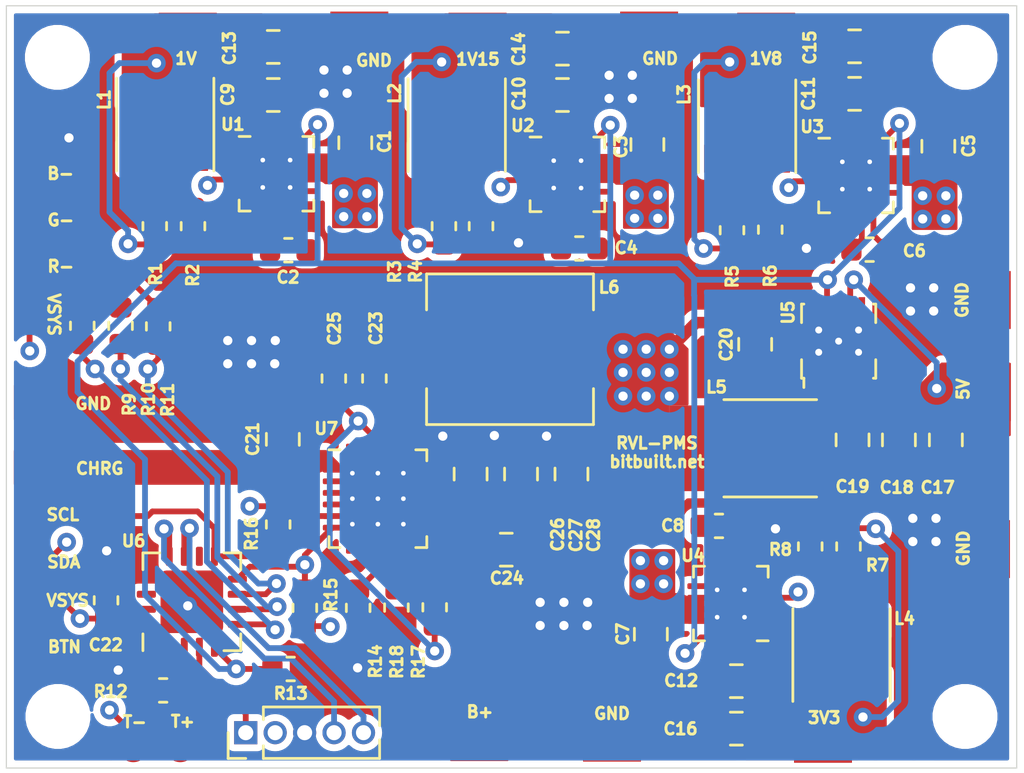
<source format=kicad_pcb>
(kicad_pcb (version 20171130) (host pcbnew "(5.1.4)-1")
  (layers (0 F.Cu signal) (1 In1.Cu signal) (2 In2.Cu signal) (31 B.Cu signal) (34 B.Paste user) (35 F.Paste user) (36 B.SilkS user) (37 F.SilkS user) (38 B.Mask user) (39 F.Mask user) (44 Edge.Cuts user))
  (net 0 "")
  (net 1 AGND)
  (net 2 VSYS)
  (net 3 "Net-(C2-Pad2)")
  (net 4 "Net-(C2-Pad1)")
  (net 5 "Net-(C4-Pad2)")
  (net 6 "Net-(C4-Pad1)")
  (net 7 "Net-(C6-Pad1)")
  (net 8 "Net-(C6-Pad2)")
  (net 9 "Net-(C8-Pad1)")
  (net 10 "Net-(C8-Pad2)")
  (net 11 "Net-(C13-Pad2)")
  (net 12 "Net-(C10-Pad1)")
  (net 13 "Net-(C11-Pad1)")
  (net 14 5V)
  (net 15 "Net-(C21-Pad1)")
  (net 16 "Net-(C23-Pad2)")
  (net 17 "Net-(C24-Pad2)")
  (net 18 "Net-(C25-Pad2)")
  (net 19 MCLR)
  (net 20 "Net-(J1-Pad4)")
  (net 21 "Net-(J1-Pad5)")
  (net 22 "Net-(L1-Pad2)")
  (net 23 "Net-(L2-Pad2)")
  (net 24 "Net-(L3-Pad2)")
  (net 25 "Net-(L4-Pad2)")
  (net 26 "Net-(L5-Pad2)")
  (net 27 "Net-(R1-Pad1)")
  (net 28 "Net-(R3-Pad1)")
  (net 29 "Net-(R5-Pad1)")
  (net 30 "Net-(R7-Pad1)")
  (net 31 "Net-(R9-Pad1)")
  (net 32 R)
  (net 33 G)
  (net 34 "Net-(R10-Pad1)")
  (net 35 "Net-(R11-Pad1)")
  (net 36 B)
  (net 37 EN)
  (net 38 "Net-(R14-Pad1)")
  (net 39 SDA)
  (net 40 SCL)
  (net 41 "Net-(R17-Pad1)")
  (net 42 btn)
  (net 43 VTEMP)
  (net 44 "Net-(U1-Pad9)")
  (net 45 "Net-(U2-Pad9)")
  (net 46 "Net-(U3-Pad9)")
  (net 47 "Net-(U4-Pad9)")
  (net 48 "Net-(U5-Pad5)")
  (net 49 "Net-(U5-Pad6)")
  (net 50 "Net-(U5-Pad8)")
  (net 51 "Net-(U6-Pad10)")
  (net 52 "Net-(U6-Pad14)")
  (net 53 "Net-(U6-Pad15)")
  (net 54 "Net-(U7-Pad2)")
  (net 55 "Net-(U7-Pad3)")
  (net 56 "Net-(U7-Pad4)")
  (net 57 "Net-(U7-Pad7)")
  (net 58 "Net-(U7-Pad12)")
  (net 59 "Net-(U7-Pad23)")
  (net 60 "Net-(U7-Pad24)")
  (net 61 "Net-(C23-Pad1)")
  (net 62 3V3)
  (module "Wiiboy Parts:1.25mm pad" (layer F.Cu) (at 108 67.42)
    (fp_text reference TP23 hide)
    (fp_text value TestPoint hide)
    (pad 1 smd circle (at 0 0) (size 1.25 1.25) (layers F.Cu F.Mask) (net 2 VSYS))
  )
  (module "Wiiboy Parts:1.25mm pad" (layer F.Cu) (at 108 65.4)
    (fp_text reference TP8 hide)
    (fp_text value TestPoint hide)
    (pad 1 smd circle (at 0 0) (size 1.25 1.25) (layers F.Cu F.Mask) (net 31 "Net-(R9-Pad1)"))
  )
  (module "Wiiboy Parts:1.25mm pad" (layer F.Cu) (at 108 63.425)
    (fp_text reference TP10 hide)
    (fp_text value TestPoint hide)
    (pad 1 smd circle (at 0 0) (size 1.25 1.25) (layers F.Cu F.Mask) (net 34 "Net-(R10-Pad1)"))
  )
  (module "Wiiboy Parts:1.25mm pad" (layer F.Cu) (at 108 61.425)
    (fp_text reference TP12 hide)
    (fp_text value TestPoint hide)
    (pad 1 smd circle (at 0 0) (size 1.25 1.25) (layers F.Cu F.Mask) (net 35 "Net-(R11-Pad1)"))
  )
  (module "Wiiboy Parts:1.25mm pad" (layer F.Cu) (at 112.475 86.225)
    (fp_text reference TP16 hide)
    (fp_text value TestPoint hide)
    (pad 1 smd circle (at 0 0) (size 1.25 1.25) (layers F.Cu F.Mask) (net 2 VSYS))
  )
  (module "Wiiboy Parts:1.25mm pad" (layer F.Cu) (at 114.5 86.225)
    (fp_text reference TP14 hide)
    (fp_text value TestPoint hide)
    (pad 1 smd circle (at 0 0) (size 1.25 1.25) (layers F.Cu F.Mask) (net 43 VTEMP))
  )
  (module "Wiiboy Parts:1.25mm pad" (layer F.Cu) (at 108.025 81.875)
    (fp_text reference TP13 hide)
    (fp_text value TestPoint hide)
    (pad 1 smd circle (at 0 0) (size 1.25 1.25) (layers F.Cu F.Mask) (net 42 btn))
  )
  (module "Wiiboy Parts:1.25mm pad" (layer F.Cu) (at 107.975 80.025)
    (fp_text reference TP22 hide)
    (fp_text value TestPoint hide)
    (pad 1 smd circle (at 0 0) (size 1.25 1.25) (layers F.Cu F.Mask) (net 2 VSYS))
  )
  (module "Wiiboy Parts:1.25mm pad" (layer F.Cu) (at 107.975 78.15)
    (fp_text reference TP17 hide)
    (fp_text value TestPoint hide)
    (pad 1 smd circle (at 0 0) (size 1.25 1.25) (layers F.Cu F.Mask) (net 39 SDA))
  )
  (module "Wiiboy Parts:1.25mm pad" (layer F.Cu) (at 107.975 76.225)
    (fp_text reference TP18 hide)
    (fp_text value TestPoint hide)
    (pad 1 smd circle (at 0 0) (size 1.25 1.25) (layers F.Cu F.Mask) (net 40 SCL))
  )
  (module "Wiiboy Parts:Voltage_pad" (layer F.Cu) (at 127.375 55.2)
    (fp_text reference TP2 hide)
    (fp_text value TestPoint hide)
    (pad 1 smd rect (at -0.05 0.05) (size 2.5 1.5) (layers F.Cu F.Mask) (net 12 "Net-(C10-Pad1)"))
  )
  (module "Wiiboy Parts:Voltage_pad" (layer F.Cu) (at 108.625 74.075)
    (fp_text reference TP15 hide)
    (fp_text value TestPoint hide)
    (pad 1 smd rect (at -0.05 0.05) (size 2.5 1.5) (layers F.Cu F.Mask) (net 15 "Net-(C21-Pad1)"))
  )
  (module "Wiiboy Parts:Voltage_pad" (layer F.Cu) (at 108.625 71.275)
    (fp_text reference TP21 hide)
    (fp_text value TestPoint hide)
    (pad 1 smd rect (at -0.05 0.05) (size 2.5 1.5) (layers F.Cu F.Mask) (net 1 AGND))
  )
  (module "Wiiboy Parts:1.25mm pad" (layer F.Cu) (at 146.15 86.14)
    (fp_text reference TP24 hide)
    (fp_text value TestPoint hide)
    (pad 1 smd circle (at 0 0) (size 1.25 1.25) (layers F.Cu F.Mask) (net 62 3V3))
  )
  (module "Wiiboy Parts:1.25mm pad" (layer F.Cu) (at 144.49 86.14)
    (fp_text reference TP25 hide)
    (fp_text value TestPoint hide)
    (pad 1 smd circle (at 0 0) (size 1.25 1.25) (layers F.Cu F.Mask) (net 62 3V3))
  )
  (module "Wiiboy Parts:Voltage_pad" (layer F.Cu) (at 142.175 86.175 180)
    (fp_text reference TP4 hide)
    (fp_text value TestPoint hide)
    (pad 1 smd rect (at -0.05 0.05 180) (size 2.5 1.5) (layers F.Cu F.Mask) (net 62 3V3))
  )
  (module "Wiiboy Parts:Voltage_pad" (layer F.Cu) (at 133.175 86.025)
    (fp_text reference TP11 hide)
    (fp_text value TestPoint hide)
    (pad 1 smd rect (at -0.05 0.05) (size 2.5 1.5) (layers F.Cu F.Mask) (net 1 AGND))
  )
  (module "Wiiboy Parts:Voltage_pad" (layer F.Cu) (at 127.45 86)
    (fp_text reference TP19 hide)
    (fp_text value TestPoint hide)
    (pad 1 smd rect (at -0.05 0.05) (size 2.5 1.5) (layers F.Cu F.Mask) (net 17 "Net-(C24-Pad2)"))
  )
  (module "Wiiboy Parts:Voltage_pad" (layer F.Cu) (at 149.49 77.6 90)
    (fp_text reference TP6 hide)
    (fp_text value TestPoint hide)
    (pad 1 smd rect (at -0.05 0.05 90) (size 2.5 1.5) (layers F.Cu F.Mask) (net 1 AGND))
  )
  (module "Wiiboy Parts:1.25mm pad" (layer F.Cu) (at 149.59 74.7)
    (fp_text reference TP27 hide)
    (fp_text value TestPoint hide)
    (pad 1 smd circle (at 0 0) (size 1.25 1.25) (layers F.Cu F.Mask) (net 14 5V))
  )
  (module "Wiiboy Parts:1.25mm pad" (layer F.Cu) (at 149.59 73.04)
    (fp_text reference TP26 hide)
    (fp_text value TestPoint hide)
    (pad 1 smd circle (at 0 0) (size 1.25 1.25) (layers F.Cu F.Mask) (net 14 5V))
  )
  (module "Wiiboy Parts:Voltage_pad" (layer F.Cu) (at 149.525 70.825 90)
    (fp_text reference TP5 hide)
    (fp_text value TestPoint hide)
    (pad 1 smd rect (at -0.05 0.05 90) (size 2.5 1.5) (layers F.Cu F.Mask) (net 14 5V))
  )
  (module "Wiiboy Parts:Voltage_pad" (layer F.Cu) (at 149.525 66.85 90)
    (fp_text reference TP20 hide)
    (fp_text value TestPoint hide)
    (pad 1 smd rect (at -0.05 0.05 90) (size 2.5 1.5) (layers F.Cu F.Mask) (net 1 AGND))
  )
  (module "Wiiboy Parts:Voltage_pad" (layer F.Cu) (at 139.825 55.2)
    (fp_text reference TP3 hide)
    (fp_text value TestPoint hide)
    (pad 1 smd rect (at -0.05 0.05) (size 2.5 1.5) (layers F.Cu F.Mask) (net 13 "Net-(C11-Pad1)"))
  )
  (module "Wiiboy Parts:1.25mm pad" (layer F.Cu) (at 137.65 55.28)
    (fp_text reference TP28 hide)
    (fp_text value TestPoint hide)
    (pad 1 smd circle (at 0 0) (size 1.25 1.25) (layers F.Cu F.Mask) (net 13 "Net-(C11-Pad1)"))
  )
  (module "Wiiboy Parts:Voltage_pad" (layer F.Cu) (at 134.775 55.15)
    (fp_text reference TP7 hide)
    (fp_text value TestPoint hide)
    (pad 1 smd rect (at -0.05 0.05) (size 2.5 1.5) (layers F.Cu F.Mask) (net 1 AGND))
  )
  (module "Wiiboy Parts:Voltage_pad" (layer F.Cu) (at 122.275 55.15)
    (fp_text reference TP9 hide)
    (fp_text value TestPoint hide)
    (pad 1 smd rect (at -0.05 0.05) (size 2.5 1.5) (layers F.Cu F.Mask) (net 1 AGND))
  )
  (module "Wiiboy Parts:Voltage_pad" (layer F.Cu) (at 114.875 55.2)
    (fp_text reference TP1 hide)
    (fp_text value TestPoint hide)
    (pad 1 smd rect (at -0.05 0.05) (size 2.5 1.5) (layers F.Cu F.Mask) (net 11 "Net-(C13-Pad2)"))
  )
  (module MountingHole:MountingHole_2.2mm_M2 (layer F.Cu) (at 109.225 84.875)
    (fp_text reference REF** hide)
    (fp_text value MountingHole_2.2mm_M2)
    (pad 1 np_thru_hole circle (at 0 0) (size 2.2 2.2) (drill 2.2) (layers *.Cu *.Mask))
  )
  (module MountingHole:MountingHole_2.2mm_M2 (layer F.Cu) (at 148.35 84.875)
    (fp_text reference REF** hide)
    (fp_text value MountingHole_2.2mm_M2)
    (pad 1 np_thru_hole circle (at 0 0) (size 2.2 2.2) (drill 2.2) (layers *.Cu *.Mask))
  )
  (module MountingHole:MountingHole_2.2mm_M2 (layer F.Cu) (at 148.35 56.425)
    (fp_text reference REF** hide)
    (fp_text value MountingHole_2.2mm_M2)
    (pad 1 np_thru_hole circle (at 0 0) (size 2.2 2.2) (drill 2.2) (layers *.Cu *.Mask))
  )
  (module MountingHole:MountingHole_2.2mm_M2 (layer F.Cu) (at 109.2 56.425)
    (fp_text reference REF** hide)
    (fp_text value MountingHole_2.2mm_M2)
    (pad 1 np_thru_hole circle (at 0 0) (size 2.2 2.2) (drill 2.2) (layers *.Cu *.Mask))
  )
  (module Capacitor_SMD:C_0805_2012Metric (layer F.Cu) (at 122.05 60.1125 90)
    (fp_text reference C1 (at 0.0525 1.26 90) (layer F.SilkS) (effects (font (size 0.5 0.5) (thickness 0.125))))
    (fp_text value C)
    (pad 2 smd roundrect (at 0.9375 0 90) (size 0.975 1.4) (layers F.Cu F.Paste F.Mask) (net 1 AGND))
    (pad 1 smd roundrect (at -0.9375 0 90) (size 0.975 1.4) (layers F.Cu F.Paste F.Mask) (net 2 VSYS))
  )
  (module Capacitor_SMD:C_0603_1608Metric (layer F.Cu) (at 119.1625 64.75)
    (fp_text reference C2 (at -0.0125 1.17) (layer F.SilkS) (effects (font (size 0.5 0.5) (thickness 0.125))))
    (fp_text value C)
    (pad 2 smd roundrect (at 0.7875 0) (size 0.875 0.95) (layers F.Cu F.Paste F.Mask) (net 3 "Net-(C2-Pad2)"))
    (pad 1 smd roundrect (at -0.7875 0) (size 0.875 0.95) (layers F.Cu F.Paste F.Mask) (net 4 "Net-(C2-Pad1)"))
  )
  (module Capacitor_SMD:C_0805_2012Metric (layer F.Cu) (at 134.65 60.1875 90)
    (fp_text reference C3 (at -0.1025 -1.14 90) (layer F.SilkS) (effects (font (size 0.5 0.5) (thickness 0.125))))
    (fp_text value C)
    (pad 1 smd roundrect (at -0.9375 0 90) (size 0.975 1.4) (layers F.Cu F.Paste F.Mask) (net 2 VSYS))
    (pad 2 smd roundrect (at 0.9375 0 90) (size 0.975 1.4) (layers F.Cu F.Paste F.Mask) (net 1 AGND))
  )
  (module Capacitor_SMD:C_0603_1608Metric (layer F.Cu) (at 131.7125 64.675)
    (fp_text reference C4 (at 2.0275 -0.025) (layer F.SilkS) (effects (font (size 0.5 0.5) (thickness 0.125))))
    (fp_text value C)
    (pad 2 smd roundrect (at 0.7875 0) (size 0.875 0.95) (layers F.Cu F.Paste F.Mask) (net 5 "Net-(C4-Pad2)"))
    (pad 1 smd roundrect (at -0.7875 0) (size 0.875 0.95) (layers F.Cu F.Paste F.Mask) (net 6 "Net-(C4-Pad1)"))
  )
  (module Capacitor_SMD:C_0805_2012Metric (layer F.Cu) (at 147.2 60.2625 90)
    (fp_text reference C5 (at 0.0125 1.31 90) (layer F.SilkS) (effects (font (size 0.5 0.5) (thickness 0.125))))
    (fp_text value C)
    (pad 1 smd roundrect (at -0.9375 0 90) (size 0.975 1.4) (layers F.Cu F.Paste F.Mask) (net 2 VSYS))
    (pad 2 smd roundrect (at 0.9375 0 90) (size 0.975 1.4) (layers F.Cu F.Paste F.Mask) (net 1 AGND))
  )
  (module Capacitor_SMD:C_0603_1608Metric (layer F.Cu) (at 144.2375 64.725)
    (fp_text reference C6 (at 1.9325 0.055) (layer F.SilkS) (effects (font (size 0.5 0.5) (thickness 0.125))))
    (fp_text value C)
    (pad 1 smd roundrect (at -0.7875 0) (size 0.875 0.95) (layers F.Cu F.Paste F.Mask) (net 7 "Net-(C6-Pad1)"))
    (pad 2 smd roundrect (at 0.7875 0) (size 0.875 0.95) (layers F.Cu F.Paste F.Mask) (net 8 "Net-(C6-Pad2)"))
  )
  (module Capacitor_SMD:C_0805_2012Metric (layer F.Cu) (at 134.8 81.325 270)
    (fp_text reference C7 (at -0.005 1.21 90) (layer F.SilkS) (effects (font (size 0.5 0.5) (thickness 0.125))))
    (fp_text value C)
    (pad 2 smd roundrect (at 0.9375 0 270) (size 0.975 1.4) (layers F.Cu F.Paste F.Mask) (net 1 AGND))
    (pad 1 smd roundrect (at -0.9375 0 270) (size 0.975 1.4) (layers F.Cu F.Paste F.Mask) (net 2 VSYS))
  )
  (module Capacitor_SMD:C_0603_1608Metric (layer F.Cu) (at 137.7375 76.65 180)
    (fp_text reference C8 (at 1.9975 0.01) (layer F.SilkS) (effects (font (size 0.5 0.5) (thickness 0.125))))
    (fp_text value C)
    (pad 1 smd roundrect (at -0.7875 0 180) (size 0.875 0.95) (layers F.Cu F.Paste F.Mask) (net 9 "Net-(C8-Pad1)"))
    (pad 2 smd roundrect (at 0.7875 0 180) (size 0.875 0.95) (layers F.Cu F.Paste F.Mask) (net 10 "Net-(C8-Pad2)"))
  )
  (module Capacitor_SMD:C_0805_2012Metric (layer F.Cu) (at 118.5125 58.05)
    (fp_text reference C9 (at -1.9625 -0.02 90) (layer F.SilkS) (effects (font (size 0.5 0.5) (thickness 0.125))))
    (fp_text value C)
    (pad 2 smd roundrect (at 0.9375 0) (size 0.975 1.4) (layers F.Cu F.Paste F.Mask) (net 1 AGND))
    (pad 1 smd roundrect (at -0.9375 0) (size 0.975 1.4) (layers F.Cu F.Paste F.Mask) (net 11 "Net-(C13-Pad2)"))
  )
  (module Capacitor_SMD:C_0805_2012Metric (layer F.Cu) (at 130.9875 58.05)
    (fp_text reference C10 (at -1.8775 -0.06 90) (layer F.SilkS) (effects (font (size 0.5 0.5) (thickness 0.125))))
    (fp_text value C)
    (pad 2 smd roundrect (at 0.9375 0) (size 0.975 1.4) (layers F.Cu F.Paste F.Mask) (net 1 AGND))
    (pad 1 smd roundrect (at -0.9375 0) (size 0.975 1.4) (layers F.Cu F.Paste F.Mask) (net 12 "Net-(C10-Pad1)"))
  )
  (module Capacitor_SMD:C_0805_2012Metric (layer F.Cu) (at 143.5875 58)
    (fp_text reference C11 (at -1.9875 -0.01 90) (layer F.SilkS) (effects (font (size 0.5 0.5) (thickness 0.125))))
    (fp_text value C)
    (pad 1 smd roundrect (at -0.9375 0) (size 0.975 1.4) (layers F.Cu F.Paste F.Mask) (net 13 "Net-(C11-Pad1)"))
    (pad 2 smd roundrect (at 0.9375 0) (size 0.975 1.4) (layers F.Cu F.Paste F.Mask) (net 1 AGND))
  )
  (module Capacitor_SMD:C_0805_2012Metric (layer F.Cu) (at 138.4875 83.35 180)
    (fp_text reference C12 (at 2.3775 0.02) (layer F.SilkS) (effects (font (size 0.5 0.5) (thickness 0.125))))
    (fp_text value C)
    (pad 1 smd roundrect (at -0.9375 0 180) (size 0.975 1.4) (layers F.Cu F.Paste F.Mask) (net 62 3V3))
    (pad 2 smd roundrect (at 0.9375 0 180) (size 0.975 1.4) (layers F.Cu F.Paste F.Mask) (net 1 AGND))
  )
  (module Capacitor_SMD:C_0805_2012Metric (layer F.Cu) (at 118.5125 55.975 180)
    (fp_text reference C13 (at 1.8925 -0.055 90) (layer F.SilkS) (effects (font (size 0.5 0.5) (thickness 0.125))))
    (fp_text value C)
    (pad 2 smd roundrect (at 0.9375 0 180) (size 0.975 1.4) (layers F.Cu F.Paste F.Mask) (net 11 "Net-(C13-Pad2)"))
    (pad 1 smd roundrect (at -0.9375 0 180) (size 0.975 1.4) (layers F.Cu F.Paste F.Mask) (net 1 AGND))
  )
  (module Capacitor_SMD:C_0805_2012Metric (layer F.Cu) (at 130.9875 56.05 180)
    (fp_text reference C14 (at 1.8875 -0.02 90) (layer F.SilkS) (effects (font (size 0.5 0.5) (thickness 0.125))))
    (fp_text value C)
    (pad 1 smd roundrect (at -0.9375 0 180) (size 0.975 1.4) (layers F.Cu F.Paste F.Mask) (net 1 AGND))
    (pad 2 smd roundrect (at 0.9375 0 180) (size 0.975 1.4) (layers F.Cu F.Paste F.Mask) (net 12 "Net-(C10-Pad1)"))
  )
  (module Capacitor_SMD:C_0805_2012Metric (layer F.Cu) (at 143.5875 55.95 180)
    (fp_text reference C15 (at 1.9275 -0.05 90) (layer F.SilkS) (effects (font (size 0.5 0.5) (thickness 0.125))))
    (fp_text value C)
    (pad 2 smd roundrect (at 0.9375 0 180) (size 0.975 1.4) (layers F.Cu F.Paste F.Mask) (net 13 "Net-(C11-Pad1)"))
    (pad 1 smd roundrect (at -0.9375 0 180) (size 0.975 1.4) (layers F.Cu F.Paste F.Mask) (net 1 AGND))
  )
  (module Capacitor_SMD:C_0805_2012Metric (layer F.Cu) (at 138.4875 85.4)
    (fp_text reference C16 (at -2.4075 0.01) (layer F.SilkS) (effects (font (size 0.5 0.5) (thickness 0.125))))
    (fp_text value C)
    (pad 1 smd roundrect (at -0.9375 0) (size 0.975 1.4) (layers F.Cu F.Paste F.Mask) (net 1 AGND))
    (pad 2 smd roundrect (at 0.9375 0) (size 0.975 1.4) (layers F.Cu F.Paste F.Mask) (net 62 3V3))
  )
  (module Capacitor_SMD:C_0805_2012Metric (layer F.Cu) (at 147.525 72.9375 270)
    (fp_text reference C17 (at 2.0525 0.355 180) (layer F.SilkS) (effects (font (size 0.5 0.5) (thickness 0.125))))
    (fp_text value C)
    (pad 2 smd roundrect (at 0.9375 0 270) (size 0.975 1.4) (layers F.Cu F.Paste F.Mask) (net 1 AGND))
    (pad 1 smd roundrect (at -0.9375 0 270) (size 0.975 1.4) (layers F.Cu F.Paste F.Mask) (net 14 5V))
  )
  (module Capacitor_SMD:C_0805_2012Metric (layer F.Cu) (at 145.5 72.9375 270)
    (fp_text reference C18 (at 2.0525 0.09 180) (layer F.SilkS) (effects (font (size 0.5 0.5) (thickness 0.125))))
    (fp_text value C)
    (pad 1 smd roundrect (at -0.9375 0 270) (size 0.975 1.4) (layers F.Cu F.Paste F.Mask) (net 14 5V))
    (pad 2 smd roundrect (at 0.9375 0 270) (size 0.975 1.4) (layers F.Cu F.Paste F.Mask) (net 1 AGND))
  )
  (module Capacitor_SMD:C_0805_2012Metric (layer F.Cu) (at 143.5 72.9375 270)
    (fp_text reference C19 (at 2.0125 0 180) (layer F.SilkS) (effects (font (size 0.5 0.5) (thickness 0.125))))
    (fp_text value C)
    (pad 2 smd roundrect (at 0.9375 0 270) (size 0.975 1.4) (layers F.Cu F.Paste F.Mask) (net 1 AGND))
    (pad 1 smd roundrect (at -0.9375 0 270) (size 0.975 1.4) (layers F.Cu F.Paste F.Mask) (net 14 5V))
  )
  (module Capacitor_SMD:C_0805_2012Metric (layer F.Cu) (at 139.3 68.8125 90)
    (fp_text reference C20 (at -0.0075 -1.25 90) (layer F.SilkS) (effects (font (size 0.5 0.5) (thickness 0.125))))
    (fp_text value C)
    (pad 1 smd roundrect (at -0.9375 0 90) (size 0.975 1.4) (layers F.Cu F.Paste F.Mask) (net 1 AGND))
    (pad 2 smd roundrect (at 0.9375 0 90) (size 0.975 1.4) (layers F.Cu F.Paste F.Mask) (net 2 VSYS))
  )
  (module Capacitor_SMD:C_0805_2012Metric (layer F.Cu) (at 118.925 72.9125 90)
    (fp_text reference C21 (at 0.0125 -1.295 90) (layer F.SilkS) (effects (font (size 0.5 0.5) (thickness 0.125))))
    (fp_text value C)
    (pad 1 smd roundrect (at -0.9375 0 90) (size 0.975 1.4) (layers F.Cu F.Paste F.Mask) (net 15 "Net-(C21-Pad1)"))
    (pad 2 smd roundrect (at 0.9375 0 90) (size 0.975 1.4) (layers F.Cu F.Paste F.Mask) (net 1 AGND))
  )
  (module Capacitor_SMD:C_0603_1608Metric (layer F.Cu) (at 111.3 79.8625 270)
    (fp_text reference C22 (at 1.9275 0.01 180) (layer F.SilkS) (effects (font (size 0.5 0.5) (thickness 0.125))))
    (fp_text value C)
    (pad 1 smd roundrect (at -0.7875 0 270) (size 0.875 0.95) (layers F.Cu F.Paste F.Mask) (net 1 AGND))
    (pad 2 smd roundrect (at 0.7875 0 270) (size 0.875 0.95) (layers F.Cu F.Paste F.Mask) (net 2 VSYS))
  )
  (module Capacitor_SMD:C_0603_1608Metric (layer F.Cu) (at 122.875 70.2875 90)
    (fp_text reference C23 (at 2.1675 0.065 90) (layer F.SilkS) (effects (font (size 0.5 0.5) (thickness 0.125))))
    (fp_text value C)
    (pad 2 smd roundrect (at 0.7875 0 90) (size 0.875 0.95) (layers F.Cu F.Paste F.Mask) (net 16 "Net-(C23-Pad2)"))
    (pad 1 smd roundrect (at -0.7875 0 90) (size 0.875 0.95) (layers F.Cu F.Paste F.Mask) (net 61 "Net-(C23-Pad1)"))
  )
  (module Capacitor_SMD:C_0805_2012Metric (layer F.Cu) (at 128.5625 77.675 180)
    (fp_text reference C24 (at -0.0275 -1.235) (layer F.SilkS) (effects (font (size 0.5 0.5) (thickness 0.125))))
    (fp_text value C)
    (pad 2 smd roundrect (at 0.9375 0 180) (size 0.975 1.4) (layers F.Cu F.Paste F.Mask) (net 17 "Net-(C24-Pad2)"))
    (pad 1 smd roundrect (at -0.9375 0 180) (size 0.975 1.4) (layers F.Cu F.Paste F.Mask) (net 1 AGND))
  )
  (module Capacitor_SMD:C_0603_1608Metric (layer F.Cu) (at 121.125 70.2875 270)
    (fp_text reference C25 (at -2.1575 -0.025 90) (layer F.SilkS) (effects (font (size 0.5 0.5) (thickness 0.125))))
    (fp_text value C)
    (pad 1 smd roundrect (at -0.7875 0 270) (size 0.875 0.95) (layers F.Cu F.Paste F.Mask) (net 1 AGND))
    (pad 2 smd roundrect (at 0.7875 0 270) (size 0.875 0.95) (layers F.Cu F.Paste F.Mask) (net 18 "Net-(C25-Pad2)"))
  )
  (module Capacitor_SMD:C_0805_2012Metric (layer F.Cu) (at 127.025 74.4125 90)
    (fp_text reference C26 (at -2.6075 3.755 90) (layer F.SilkS) (effects (font (size 0.5 0.5) (thickness 0.125))))
    (fp_text value C)
    (pad 1 smd roundrect (at -0.9375 0 90) (size 0.975 1.4) (layers F.Cu F.Paste F.Mask) (net 2 VSYS))
    (pad 2 smd roundrect (at 0.9375 0 90) (size 0.975 1.4) (layers F.Cu F.Paste F.Mask) (net 1 AGND))
  )
  (module Capacitor_SMD:C_0805_2012Metric (layer F.Cu) (at 129.2 74.4125 90)
    (fp_text reference C27 (at -2.6375 2.37 90) (layer F.SilkS) (effects (font (size 0.5 0.5) (thickness 0.125))))
    (fp_text value C)
    (pad 2 smd roundrect (at 0.9375 0 90) (size 0.975 1.4) (layers F.Cu F.Paste F.Mask) (net 1 AGND))
    (pad 1 smd roundrect (at -0.9375 0 90) (size 0.975 1.4) (layers F.Cu F.Paste F.Mask) (net 2 VSYS))
  )
  (module Capacitor_SMD:C_0805_2012Metric (layer F.Cu) (at 131.375 74.4125 90)
    (fp_text reference C28 (at -2.6375 0.955 90) (layer F.SilkS) (effects (font (size 0.5 0.5) (thickness 0.125))))
    (fp_text value C)
    (pad 1 smd roundrect (at -0.9375 0 90) (size 0.975 1.4) (layers F.Cu F.Paste F.Mask) (net 2 VSYS))
    (pad 2 smd roundrect (at 0.9375 0 90) (size 0.975 1.4) (layers F.Cu F.Paste F.Mask) (net 1 AGND))
  )
  (module Connector_PinHeader_1.27mm:PinHeader_1x05_P1.27mm_Vertical (layer F.Cu) (at 117.325 85.575 90)
    (fp_text reference J1 hide)
    (fp_text value Conn_01x05_Female)
    (pad 1 thru_hole rect (at 0 0 90) (size 1 1) (drill 0.65) (layers *.Cu *.Mask) (net 19 MCLR))
    (pad 2 thru_hole oval (at 0 1.27 90) (size 1 1) (drill 0.65) (layers *.Cu *.Mask) (net 2 VSYS))
    (pad 3 thru_hole oval (at 0 2.54 90) (size 1 1) (drill 0.65) (layers *.Cu *.Mask) (net 1 AGND))
    (pad 4 thru_hole oval (at 0 3.81 90) (size 1 1) (drill 0.65) (layers *.Cu *.Mask) (net 20 "Net-(J1-Pad4)"))
    (pad 5 thru_hole oval (at 0 5.08 90) (size 1 1) (drill 0.65) (layers *.Cu *.Mask) (net 21 "Net-(J1-Pad5)"))
  )
  (module Inductor_SMD:L_Taiyo-Yuden_MD-4040 (layer F.Cu) (at 113.85 59.325 270)
    (fp_text reference L1 (at -1.075 2.63 90) (layer F.SilkS) (effects (font (size 0.5 0.5) (thickness 0.125))))
    (fp_text value L)
    (pad 2 smd rect (at 1.4 0 270) (size 1.2 3.7) (layers F.Cu F.Paste F.Mask) (net 22 "Net-(L1-Pad2)"))
    (pad 1 smd rect (at -1.4 0 270) (size 1.2 3.7) (layers F.Cu F.Paste F.Mask) (net 11 "Net-(C13-Pad2)"))
  )
  (module Inductor_SMD:L_Taiyo-Yuden_MD-4040 (layer F.Cu) (at 126.425 59.35 270)
    (fp_text reference L2 (at -1.37 2.675 90) (layer F.SilkS) (effects (font (size 0.5 0.5) (thickness 0.125))))
    (fp_text value L)
    (pad 1 smd rect (at -1.4 0 270) (size 1.2 3.7) (layers F.Cu F.Paste F.Mask) (net 12 "Net-(C10-Pad1)"))
    (pad 2 smd rect (at 1.4 0 270) (size 1.2 3.7) (layers F.Cu F.Paste F.Mask) (net 23 "Net-(L2-Pad2)"))
  )
  (module Inductor_SMD:L_Taiyo-Yuden_MD-4040 (layer F.Cu) (at 138.95 59.4 270)
    (fp_text reference L3 (at -1.37 2.72 90) (layer F.SilkS) (effects (font (size 0.5 0.5) (thickness 0.125))))
    (fp_text value L)
    (pad 1 smd rect (at -1.4 0 270) (size 1.2 3.7) (layers F.Cu F.Paste F.Mask) (net 13 "Net-(C11-Pad1)"))
    (pad 2 smd rect (at 1.4 0 270) (size 1.2 3.7) (layers F.Cu F.Paste F.Mask) (net 24 "Net-(L3-Pad2)"))
  )
  (module Inductor_SMD:L_Taiyo-Yuden_MD-4040 (layer F.Cu) (at 143.025 82.225 90)
    (fp_text reference L4 (at 1.575 2.715 180) (layer F.SilkS) (effects (font (size 0.5 0.5) (thickness 0.125))))
    (fp_text value L)
    (pad 1 smd rect (at -1.4 0 90) (size 1.2 3.7) (layers F.Cu F.Paste F.Mask) (net 62 3V3))
    (pad 2 smd rect (at 1.4 0 90) (size 1.2 3.7) (layers F.Cu F.Paste F.Mask) (net 25 "Net-(L4-Pad2)"))
  )
  (module Inductor_SMD:L_Taiyo-Yuden_MD-4040 (layer F.Cu) (at 139.95 73.3)
    (fp_text reference L5 (at -2.32 -2.64) (layer F.SilkS) (effects (font (size 0.5 0.5) (thickness 0.125))))
    (fp_text value L)
    (pad 2 smd rect (at 1.4 0) (size 1.2 3.7) (layers F.Cu F.Paste F.Mask) (net 26 "Net-(L5-Pad2)"))
    (pad 1 smd rect (at -1.4 0) (size 1.2 3.7) (layers F.Cu F.Paste F.Mask) (net 2 VSYS))
  )
  (module .pretty:ASPI-0630HI-2R2M-T15 (layer F.Cu) (at 128.725 69.025 180)
    (fp_text reference L6 (at -4.275 2.675) (layer F.SilkS) (effects (font (size 0.5 0.5) (thickness 0.125))))
    (fp_text value L)
    (pad 1 smd rect (at -3.05 0 180) (size 2.35 3.4) (layers F.Cu F.Paste F.Mask) (net 2 VSYS))
    (pad 2 smd rect (at 3.05 0 180) (size 2.35 3.4) (layers F.Cu F.Paste F.Mask) (net 16 "Net-(C23-Pad2)"))
  )
  (module Resistor_SMD:R_0603_1608Metric (layer F.Cu) (at 113.4 63.7125 270)
    (fp_text reference R1 (at 2.0675 -0.04 90) (layer F.SilkS) (effects (font (size 0.5 0.5) (thickness 0.125))))
    (fp_text value R)
    (pad 2 smd roundrect (at 0.7875 0 270) (size 0.875 0.95) (layers F.Cu F.Paste F.Mask) (net 11 "Net-(C13-Pad2)"))
    (pad 1 smd roundrect (at -0.7875 0 270) (size 0.875 0.95) (layers F.Cu F.Paste F.Mask) (net 27 "Net-(R1-Pad1)"))
  )
  (module Resistor_SMD:R_0603_1608Metric (layer F.Cu) (at 115.05 63.7125 270)
    (fp_text reference R2 (at 2.1175 0.01 90) (layer F.SilkS) (effects (font (size 0.5 0.5) (thickness 0.125))))
    (fp_text value R)
    (pad 1 smd roundrect (at -0.7875 0 270) (size 0.875 0.95) (layers F.Cu F.Paste F.Mask) (net 27 "Net-(R1-Pad1)"))
    (pad 2 smd roundrect (at 0.7875 0 270) (size 0.875 0.95) (layers F.Cu F.Paste F.Mask) (net 1 AGND))
  )
  (module Resistor_SMD:R_0603_1608Metric (layer F.Cu) (at 125.875 63.7125 270)
    (fp_text reference R3 (at 1.9675 2.125 90) (layer F.SilkS) (effects (font (size 0.5 0.5) (thickness 0.125))))
    (fp_text value R)
    (pad 2 smd roundrect (at 0.7875 0 270) (size 0.875 0.95) (layers F.Cu F.Paste F.Mask) (net 12 "Net-(C10-Pad1)"))
    (pad 1 smd roundrect (at -0.7875 0 270) (size 0.875 0.95) (layers F.Cu F.Paste F.Mask) (net 28 "Net-(R3-Pad1)"))
  )
  (module Resistor_SMD:R_0603_1608Metric (layer F.Cu) (at 127.475 63.7125 270)
    (fp_text reference R4 (at 1.9575 2.825 90) (layer F.SilkS) (effects (font (size 0.5 0.5) (thickness 0.125))))
    (fp_text value R)
    (pad 1 smd roundrect (at -0.7875 0 270) (size 0.875 0.95) (layers F.Cu F.Paste F.Mask) (net 28 "Net-(R3-Pad1)"))
    (pad 2 smd roundrect (at 0.7875 0 270) (size 0.875 0.95) (layers F.Cu F.Paste F.Mask) (net 1 AGND))
  )
  (module Resistor_SMD:R_0603_1608Metric (layer F.Cu) (at 138.3 63.8875 270)
    (fp_text reference R5 (at 2.0025 -0.01 90) (layer F.SilkS) (effects (font (size 0.5 0.5) (thickness 0.125))))
    (fp_text value R)
    (pad 2 smd roundrect (at 0.7875 0 270) (size 0.875 0.95) (layers F.Cu F.Paste F.Mask) (net 13 "Net-(C11-Pad1)"))
    (pad 1 smd roundrect (at -0.7875 0 270) (size 0.875 0.95) (layers F.Cu F.Paste F.Mask) (net 29 "Net-(R5-Pad1)"))
  )
  (module Resistor_SMD:R_0603_1608Metric (layer F.Cu) (at 139.95 63.8625 270)
    (fp_text reference R6 (at 1.9975 0 90) (layer F.SilkS) (effects (font (size 0.5 0.5) (thickness 0.125))))
    (fp_text value R)
    (pad 1 smd roundrect (at -0.7875 0 270) (size 0.875 0.95) (layers F.Cu F.Paste F.Mask) (net 29 "Net-(R5-Pad1)"))
    (pad 2 smd roundrect (at 0.7875 0 270) (size 0.875 0.95) (layers F.Cu F.Paste F.Mask) (net 1 AGND))
  )
  (module Resistor_SMD:R_0603_1608Metric (layer F.Cu) (at 143.325 77.5375 90)
    (fp_text reference R7 (at -0.8125 1.245 180) (layer F.SilkS) (effects (font (size 0.5 0.5) (thickness 0.125))))
    (fp_text value R)
    (pad 1 smd roundrect (at -0.7875 0 90) (size 0.875 0.95) (layers F.Cu F.Paste F.Mask) (net 30 "Net-(R7-Pad1)"))
    (pad 2 smd roundrect (at 0.7875 0 90) (size 0.875 0.95) (layers F.Cu F.Paste F.Mask) (net 62 3V3))
  )
  (module Resistor_SMD:R_0603_1608Metric (layer F.Cu) (at 141.675 77.5375 90)
    (fp_text reference R8 (at -0.1325 -1.285 180) (layer F.SilkS) (effects (font (size 0.5 0.5) (thickness 0.125))))
    (fp_text value R)
    (pad 2 smd roundrect (at 0.7875 0 90) (size 0.875 0.95) (layers F.Cu F.Paste F.Mask) (net 1 AGND))
    (pad 1 smd roundrect (at -0.7875 0 90) (size 0.875 0.95) (layers F.Cu F.Paste F.Mask) (net 30 "Net-(R7-Pad1)"))
  )
  (module Resistor_SMD:R_0603_1608Metric (layer F.Cu) (at 110.275 68.0125 270)
    (fp_text reference R9 (at 3.3975 -2.025 90) (layer F.SilkS) (effects (font (size 0.5 0.5) (thickness 0.125))))
    (fp_text value R)
    (pad 1 smd roundrect (at -0.7875 0 270) (size 0.875 0.95) (layers F.Cu F.Paste F.Mask) (net 31 "Net-(R9-Pad1)"))
    (pad 2 smd roundrect (at 0.7875 0 270) (size 0.875 0.95) (layers F.Cu F.Paste F.Mask) (net 32 R))
  )
  (module Resistor_SMD:R_0603_1608Metric (layer F.Cu) (at 111.925 68.0125 270)
    (fp_text reference R10 (at 3.1775 -1.205 90) (layer F.SilkS) (effects (font (size 0.5 0.5) (thickness 0.125))))
    (fp_text value R)
    (pad 2 smd roundrect (at 0.7875 0 270) (size 0.875 0.95) (layers F.Cu F.Paste F.Mask) (net 33 G))
    (pad 1 smd roundrect (at -0.7875 0 270) (size 0.875 0.95) (layers F.Cu F.Paste F.Mask) (net 34 "Net-(R10-Pad1)"))
  )
  (module Resistor_SMD:R_0603_1608Metric (layer F.Cu) (at 113.55 68.0375 270)
    (fp_text reference R11 (at 3.1725 -0.41 90) (layer F.SilkS) (effects (font (size 0.5 0.5) (thickness 0.125))))
    (fp_text value R)
    (pad 1 smd roundrect (at -0.7875 0 270) (size 0.875 0.95) (layers F.Cu F.Paste F.Mask) (net 35 "Net-(R11-Pad1)"))
    (pad 2 smd roundrect (at 0.7875 0 270) (size 0.875 0.95) (layers F.Cu F.Paste F.Mask) (net 36 B))
  )
  (module Resistor_SMD:R_0603_1608Metric (layer F.Cu) (at 113.7625 83.75 180)
    (fp_text reference R12 (at 2.2625 -0.05) (layer F.SilkS) (effects (font (size 0.5 0.5) (thickness 0.125))))
    (fp_text value R)
    (pad 2 smd roundrect (at 0.7875 0 180) (size 0.875 0.95) (layers F.Cu F.Paste F.Mask) (net 1 AGND))
    (pad 1 smd roundrect (at -0.7875 0 180) (size 0.875 0.95) (layers F.Cu F.Paste F.Mask) (net 43 VTEMP))
  )
  (module Resistor_SMD:R_0603_1608Metric (layer F.Cu) (at 119.2625 82.825)
    (fp_text reference R13 (at 0.0075 1.055) (layer F.SilkS) (effects (font (size 0.5 0.5) (thickness 0.125))))
    (fp_text value R)
    (pad 1 smd roundrect (at -0.7875 0) (size 0.875 0.95) (layers F.Cu F.Paste F.Mask) (net 37 EN))
    (pad 2 smd roundrect (at 0.7875 0) (size 0.875 0.95) (layers F.Cu F.Paste F.Mask) (net 1 AGND))
  )
  (module Resistor_SMD:R_0603_1608Metric (layer F.Cu) (at 122.175 80.1875 270)
    (fp_text reference R14 (at 2.3125 -0.745 90) (layer F.SilkS) (effects (font (size 0.5 0.5) (thickness 0.125))))
    (fp_text value R)
    (pad 2 smd roundrect (at 0.7875 0 270) (size 0.875 0.95) (layers F.Cu F.Paste F.Mask) (net 1 AGND))
    (pad 1 smd roundrect (at -0.7875 0 270) (size 0.875 0.95) (layers F.Cu F.Paste F.Mask) (net 38 "Net-(R14-Pad1)"))
  )
  (module Resistor_SMD:R_0603_1608Metric (layer F.Cu) (at 119.875 80.1875 90)
    (fp_text reference R15 (at 0.5675 1.125 90) (layer F.SilkS) (effects (font (size 0.5 0.5) (thickness 0.125))))
    (fp_text value R)
    (pad 2 smd roundrect (at 0.7875 0 90) (size 0.875 0.95) (layers F.Cu F.Paste F.Mask) (net 39 SDA))
    (pad 1 smd roundrect (at -0.7875 0 90) (size 0.875 0.95) (layers F.Cu F.Paste F.Mask) (net 2 VSYS))
  )
  (module Resistor_SMD:R_0603_1608Metric (layer F.Cu) (at 118.725 76.5875 90)
    (fp_text reference R16 (at -0.4025 -1.155 90) (layer F.SilkS) (effects (font (size 0.5 0.5) (thickness 0.125))))
    (fp_text value R)
    (pad 1 smd roundrect (at -0.7875 0 90) (size 0.875 0.95) (layers F.Cu F.Paste F.Mask) (net 40 SCL))
    (pad 2 smd roundrect (at 0.7875 0 90) (size 0.875 0.95) (layers F.Cu F.Paste F.Mask) (net 2 VSYS))
  )
  (module Resistor_SMD:R_0603_1608Metric (layer F.Cu) (at 125.475 80.1625 270)
    (fp_text reference R17 (at 2.3575 0.705 270) (layer F.SilkS) (effects (font (size 0.5 0.5) (thickness 0.125))))
    (fp_text value R)
    (pad 1 smd roundrect (at -0.7875 0 270) (size 0.875 0.95) (layers F.Cu F.Paste F.Mask) (net 41 "Net-(R17-Pad1)"))
    (pad 2 smd roundrect (at 0.7875 0 270) (size 0.875 0.95) (layers F.Cu F.Paste F.Mask) (net 18 "Net-(C25-Pad2)"))
  )
  (module Resistor_SMD:R_0603_1608Metric (layer F.Cu) (at 123.825 80.175 90)
    (fp_text reference R18 (at -2.345 0.015 90) (layer F.SilkS) (effects (font (size 0.5 0.5) (thickness 0.125))))
    (fp_text value R)
    (pad 2 smd roundrect (at 0.7875 0 90) (size 0.875 0.95) (layers F.Cu F.Paste F.Mask) (net 41 "Net-(R17-Pad1)"))
    (pad 1 smd roundrect (at -0.7875 0 90) (size 0.875 0.95) (layers F.Cu F.Paste F.Mask) (net 1 AGND))
  )
  (module Package_DFN_QFN:VQFN-16-1EP_3x3mm_P0.5mm_EP1.68x1.68mm_ThermalVias (layer F.Cu) (at 118.65 61.45)
    (fp_text reference U1 (at -1.88 -2.13) (layer F.SilkS) (effects (font (size 0.5 0.5) (thickness 0.125))))
    (fp_text value TLV62095RGTx)
    (pad 16 smd roundrect (at -0.75 -1.4625) (size 0.25 0.825) (layers F.Cu F.Paste F.Mask) (net 11 "Net-(C13-Pad2)"))
    (pad 15 smd roundrect (at -0.25 -1.4625) (size 0.25 0.825) (layers F.Cu F.Paste F.Mask) (net 1 AGND))
    (pad 14 smd roundrect (at 0.25 -1.4625) (size 0.25 0.825) (layers F.Cu F.Paste F.Mask) (net 1 AGND))
    (pad 13 smd roundrect (at 0.75 -1.4625) (size 0.25 0.825) (layers F.Cu F.Paste F.Mask) (net 37 EN))
    (pad 12 smd roundrect (at 1.4625 -0.75) (size 0.825 0.25) (layers F.Cu F.Paste F.Mask) (net 2 VSYS))
    (pad 11 smd roundrect (at 1.4625 -0.25) (size 0.825 0.25) (layers F.Cu F.Paste F.Mask) (net 2 VSYS))
    (pad 10 smd roundrect (at 1.4625 0.25) (size 0.825 0.25) (layers F.Cu F.Paste F.Mask) (net 2 VSYS))
    (pad 9 smd roundrect (at 1.4625 0.75) (size 0.825 0.25) (layers F.Cu F.Paste F.Mask) (net 44 "Net-(U1-Pad9)"))
    (pad 8 smd roundrect (at 0.75 1.4625) (size 0.25 0.825) (layers F.Cu F.Paste F.Mask) (net 3 "Net-(C2-Pad2)"))
    (pad 7 smd roundrect (at 0.25 1.4625) (size 0.25 0.825) (layers F.Cu F.Paste F.Mask) (net 4 "Net-(C2-Pad1)"))
    (pad 6 smd roundrect (at -0.25 1.4625) (size 0.25 0.825) (layers F.Cu F.Paste F.Mask) (net 1 AGND))
    (pad 5 smd roundrect (at -0.75 1.4625) (size 0.25 0.825) (layers F.Cu F.Paste F.Mask) (net 27 "Net-(R1-Pad1)"))
    (pad 4 smd roundrect (at -1.4625 0.75) (size 0.825 0.25) (layers F.Cu F.Paste F.Mask) (net 1 AGND))
    (pad 3 smd roundrect (at -1.4625 0.25) (size 0.825 0.25) (layers F.Cu F.Paste F.Mask) (net 2 VSYS))
    (pad 2 smd roundrect (at -1.4625 -0.25) (size 0.825 0.25) (layers F.Cu F.Paste F.Mask) (net 22 "Net-(L1-Pad2)"))
    (pad 1 smd roundrect (at -1.4625 -0.75) (size 0.825 0.25) (layers F.Cu F.Paste F.Mask) (net 22 "Net-(L1-Pad2)"))
    (pad 17 smd roundrect (at 0 0) (size 1.68 1.68) (layers B.Cu) (roundrect_rratio 0.14881) (net 1 AGND))
    (pad 17 thru_hole circle (at 0.59 0.59) (size 0.5 0.5) (drill 0.2) (layers *.Cu) (net 1 AGND))
    (pad 17 thru_hole circle (at -0.59 0.59) (size 0.5 0.5) (drill 0.2) (layers *.Cu) (net 1 AGND))
    (pad 17 thru_hole circle (at 0.59 -0.59) (size 0.5 0.5) (drill 0.2) (layers *.Cu) (net 1 AGND))
    (pad 17 thru_hole circle (at -0.59 -0.59) (size 0.5 0.5) (drill 0.2) (layers *.Cu) (net 1 AGND))
    (pad 17 smd roundrect (at 0 0) (size 1.68 1.68) (layers F.Cu F.Mask) (roundrect_rratio 0.14881) (net 1 AGND))
  )
  (module Package_DFN_QFN:VQFN-16-1EP_3x3mm_P0.5mm_EP1.68x1.68mm_ThermalVias (layer F.Cu) (at 131.2 61.475)
    (fp_text reference U2 (at -1.92 -2.105) (layer F.SilkS) (effects (font (size 0.5 0.5) (thickness 0.125))))
    (fp_text value TLV62095RGTx)
    (pad 17 smd roundrect (at 0 0) (size 1.68 1.68) (layers F.Cu F.Mask) (roundrect_rratio 0.14881) (net 1 AGND))
    (pad 17 thru_hole circle (at -0.59 -0.59) (size 0.5 0.5) (drill 0.2) (layers *.Cu) (net 1 AGND))
    (pad 17 thru_hole circle (at 0.59 -0.59) (size 0.5 0.5) (drill 0.2) (layers *.Cu) (net 1 AGND))
    (pad 17 thru_hole circle (at -0.59 0.59) (size 0.5 0.5) (drill 0.2) (layers *.Cu) (net 1 AGND))
    (pad 17 thru_hole circle (at 0.59 0.59) (size 0.5 0.5) (drill 0.2) (layers *.Cu) (net 1 AGND))
    (pad 17 smd roundrect (at 0 0) (size 1.68 1.68) (layers B.Cu) (roundrect_rratio 0.14881) (net 1 AGND))
    (pad 1 smd roundrect (at -1.4625 -0.75) (size 0.825 0.25) (layers F.Cu F.Paste F.Mask) (net 23 "Net-(L2-Pad2)"))
    (pad 2 smd roundrect (at -1.4625 -0.25) (size 0.825 0.25) (layers F.Cu F.Paste F.Mask) (net 23 "Net-(L2-Pad2)"))
    (pad 3 smd roundrect (at -1.4625 0.25) (size 0.825 0.25) (layers F.Cu F.Paste F.Mask) (net 2 VSYS))
    (pad 4 smd roundrect (at -1.4625 0.75) (size 0.825 0.25) (layers F.Cu F.Paste F.Mask) (net 1 AGND))
    (pad 5 smd roundrect (at -0.75 1.4625) (size 0.25 0.825) (layers F.Cu F.Paste F.Mask) (net 28 "Net-(R3-Pad1)"))
    (pad 6 smd roundrect (at -0.25 1.4625) (size 0.25 0.825) (layers F.Cu F.Paste F.Mask) (net 1 AGND))
    (pad 7 smd roundrect (at 0.25 1.4625) (size 0.25 0.825) (layers F.Cu F.Paste F.Mask) (net 6 "Net-(C4-Pad1)"))
    (pad 8 smd roundrect (at 0.75 1.4625) (size 0.25 0.825) (layers F.Cu F.Paste F.Mask) (net 5 "Net-(C4-Pad2)"))
    (pad 9 smd roundrect (at 1.4625 0.75) (size 0.825 0.25) (layers F.Cu F.Paste F.Mask) (net 45 "Net-(U2-Pad9)"))
    (pad 10 smd roundrect (at 1.4625 0.25) (size 0.825 0.25) (layers F.Cu F.Paste F.Mask) (net 2 VSYS))
    (pad 11 smd roundrect (at 1.4625 -0.25) (size 0.825 0.25) (layers F.Cu F.Paste F.Mask) (net 2 VSYS))
    (pad 12 smd roundrect (at 1.4625 -0.75) (size 0.825 0.25) (layers F.Cu F.Paste F.Mask) (net 2 VSYS))
    (pad 13 smd roundrect (at 0.75 -1.4625) (size 0.25 0.825) (layers F.Cu F.Paste F.Mask) (net 37 EN))
    (pad 14 smd roundrect (at 0.25 -1.4625) (size 0.25 0.825) (layers F.Cu F.Paste F.Mask) (net 1 AGND))
    (pad 15 smd roundrect (at -0.25 -1.4625) (size 0.25 0.825) (layers F.Cu F.Paste F.Mask) (net 1 AGND))
    (pad 16 smd roundrect (at -0.75 -1.4625) (size 0.25 0.825) (layers F.Cu F.Paste F.Mask) (net 12 "Net-(C10-Pad1)"))
  )
  (module Package_DFN_QFN:VQFN-16-1EP_3x3mm_P0.5mm_EP1.68x1.68mm_ThermalVias (layer F.Cu) (at 143.65 61.525)
    (fp_text reference U3 (at -1.89 -2.105) (layer F.SilkS) (effects (font (size 0.5 0.5) (thickness 0.125))))
    (fp_text value TLV62095RGTx)
    (pad 16 smd roundrect (at -0.75 -1.4625) (size 0.25 0.825) (layers F.Cu F.Paste F.Mask) (net 13 "Net-(C11-Pad1)"))
    (pad 15 smd roundrect (at -0.25 -1.4625) (size 0.25 0.825) (layers F.Cu F.Paste F.Mask) (net 1 AGND))
    (pad 14 smd roundrect (at 0.25 -1.4625) (size 0.25 0.825) (layers F.Cu F.Paste F.Mask) (net 1 AGND))
    (pad 13 smd roundrect (at 0.75 -1.4625) (size 0.25 0.825) (layers F.Cu F.Paste F.Mask) (net 37 EN))
    (pad 12 smd roundrect (at 1.4625 -0.75) (size 0.825 0.25) (layers F.Cu F.Paste F.Mask) (net 2 VSYS))
    (pad 11 smd roundrect (at 1.4625 -0.25) (size 0.825 0.25) (layers F.Cu F.Paste F.Mask) (net 2 VSYS))
    (pad 10 smd roundrect (at 1.4625 0.25) (size 0.825 0.25) (layers F.Cu F.Paste F.Mask) (net 2 VSYS))
    (pad 9 smd roundrect (at 1.4625 0.75) (size 0.825 0.25) (layers F.Cu F.Paste F.Mask) (net 46 "Net-(U3-Pad9)"))
    (pad 8 smd roundrect (at 0.75 1.4625) (size 0.25 0.825) (layers F.Cu F.Paste F.Mask) (net 8 "Net-(C6-Pad2)"))
    (pad 7 smd roundrect (at 0.25 1.4625) (size 0.25 0.825) (layers F.Cu F.Paste F.Mask) (net 7 "Net-(C6-Pad1)"))
    (pad 6 smd roundrect (at -0.25 1.4625) (size 0.25 0.825) (layers F.Cu F.Paste F.Mask) (net 1 AGND))
    (pad 5 smd roundrect (at -0.75 1.4625) (size 0.25 0.825) (layers F.Cu F.Paste F.Mask) (net 29 "Net-(R5-Pad1)"))
    (pad 4 smd roundrect (at -1.4625 0.75) (size 0.825 0.25) (layers F.Cu F.Paste F.Mask) (net 1 AGND))
    (pad 3 smd roundrect (at -1.4625 0.25) (size 0.825 0.25) (layers F.Cu F.Paste F.Mask) (net 2 VSYS))
    (pad 2 smd roundrect (at -1.4625 -0.25) (size 0.825 0.25) (layers F.Cu F.Paste F.Mask) (net 24 "Net-(L3-Pad2)"))
    (pad 1 smd roundrect (at -1.4625 -0.75) (size 0.825 0.25) (layers F.Cu F.Paste F.Mask) (net 24 "Net-(L3-Pad2)"))
    (pad 17 smd roundrect (at 0 0) (size 1.68 1.68) (layers B.Cu) (roundrect_rratio 0.14881) (net 1 AGND))
    (pad 17 thru_hole circle (at 0.59 0.59) (size 0.5 0.5) (drill 0.2) (layers *.Cu) (net 1 AGND))
    (pad 17 thru_hole circle (at -0.59 0.59) (size 0.5 0.5) (drill 0.2) (layers *.Cu) (net 1 AGND))
    (pad 17 thru_hole circle (at 0.59 -0.59) (size 0.5 0.5) (drill 0.2) (layers *.Cu) (net 1 AGND))
    (pad 17 thru_hole circle (at -0.59 -0.59) (size 0.5 0.5) (drill 0.2) (layers *.Cu) (net 1 AGND))
    (pad 17 smd roundrect (at 0 0) (size 1.68 1.68) (layers F.Cu F.Mask) (roundrect_rratio 0.14881) (net 1 AGND))
  )
  (module Package_DFN_QFN:VQFN-16-1EP_3x3mm_P0.5mm_EP1.68x1.68mm_ThermalVias (layer F.Cu) (at 138.25 80 180)
    (fp_text reference U4 (at 1.63 2.07) (layer F.SilkS) (effects (font (size 0.5 0.5) (thickness 0.125))))
    (fp_text value TLV62095RGTx)
    (pad 17 smd roundrect (at 0 0 180) (size 1.68 1.68) (layers F.Cu F.Mask) (roundrect_rratio 0.14881) (net 1 AGND))
    (pad 17 thru_hole circle (at -0.59 -0.59 180) (size 0.5 0.5) (drill 0.2) (layers *.Cu) (net 1 AGND))
    (pad 17 thru_hole circle (at 0.59 -0.59 180) (size 0.5 0.5) (drill 0.2) (layers *.Cu) (net 1 AGND))
    (pad 17 thru_hole circle (at -0.59 0.59 180) (size 0.5 0.5) (drill 0.2) (layers *.Cu) (net 1 AGND))
    (pad 17 thru_hole circle (at 0.59 0.59 180) (size 0.5 0.5) (drill 0.2) (layers *.Cu) (net 1 AGND))
    (pad 17 smd roundrect (at 0 0 180) (size 1.68 1.68) (layers B.Cu) (roundrect_rratio 0.14881) (net 1 AGND))
    (pad 1 smd roundrect (at -1.4625 -0.75 180) (size 0.825 0.25) (layers F.Cu F.Paste F.Mask) (net 25 "Net-(L4-Pad2)"))
    (pad 2 smd roundrect (at -1.4625 -0.25 180) (size 0.825 0.25) (layers F.Cu F.Paste F.Mask) (net 25 "Net-(L4-Pad2)"))
    (pad 3 smd roundrect (at -1.4625 0.25 180) (size 0.825 0.25) (layers F.Cu F.Paste F.Mask) (net 2 VSYS))
    (pad 4 smd roundrect (at -1.4625 0.75 180) (size 0.825 0.25) (layers F.Cu F.Paste F.Mask) (net 1 AGND))
    (pad 5 smd roundrect (at -0.75 1.4625 180) (size 0.25 0.825) (layers F.Cu F.Paste F.Mask) (net 30 "Net-(R7-Pad1)"))
    (pad 6 smd roundrect (at -0.25 1.4625 180) (size 0.25 0.825) (layers F.Cu F.Paste F.Mask) (net 1 AGND))
    (pad 7 smd roundrect (at 0.25 1.4625 180) (size 0.25 0.825) (layers F.Cu F.Paste F.Mask) (net 9 "Net-(C8-Pad1)"))
    (pad 8 smd roundrect (at 0.75 1.4625 180) (size 0.25 0.825) (layers F.Cu F.Paste F.Mask) (net 10 "Net-(C8-Pad2)"))
    (pad 9 smd roundrect (at 1.4625 0.75 180) (size 0.825 0.25) (layers F.Cu F.Paste F.Mask) (net 47 "Net-(U4-Pad9)"))
    (pad 10 smd roundrect (at 1.4625 0.25 180) (size 0.825 0.25) (layers F.Cu F.Paste F.Mask) (net 2 VSYS))
    (pad 11 smd roundrect (at 1.4625 -0.25 180) (size 0.825 0.25) (layers F.Cu F.Paste F.Mask) (net 2 VSYS))
    (pad 12 smd roundrect (at 1.4625 -0.75 180) (size 0.825 0.25) (layers F.Cu F.Paste F.Mask) (net 2 VSYS))
    (pad 13 smd roundrect (at 0.75 -1.4625 180) (size 0.25 0.825) (layers F.Cu F.Paste F.Mask) (net 37 EN))
    (pad 14 smd roundrect (at 0.25 -1.4625 180) (size 0.25 0.825) (layers F.Cu F.Paste F.Mask) (net 1 AGND))
    (pad 15 smd roundrect (at -0.25 -1.4625 180) (size 0.25 0.825) (layers F.Cu F.Paste F.Mask) (net 1 AGND))
    (pad 16 smd roundrect (at -0.75 -1.4625 180) (size 0.25 0.825) (layers F.Cu F.Paste F.Mask) (net 62 3V3))
  )
  (module Package_SON:VSON-10-1EP_3x3mm_P0.5mm_EP1.65x2.4mm_ThermalVias (layer F.Cu) (at 142.9 68.675 90)
    (fp_text reference U5 (at 1.235 -2.18 90) (layer F.SilkS) (effects (font (size 0.5 0.5) (thickness 0.125))))
    (fp_text value Wii_reg-cache_Wii-reg-rescue_TPS61230-tps61230)
    (pad 1 smd rect (at -1.475 -1 90) (size 0.85 0.28) (layers F.Cu F.Paste F.Mask) (net 26 "Net-(L5-Pad2)"))
    (pad 2 smd rect (at -1.475 -0.5 90) (size 0.85 0.28) (layers F.Cu F.Paste F.Mask) (net 26 "Net-(L5-Pad2)"))
    (pad 3 smd rect (at -1.475 0 90) (size 0.85 0.28) (layers F.Cu F.Paste F.Mask) (net 14 5V))
    (pad 4 smd rect (at -1.475 0.5 90) (size 0.85 0.28) (layers F.Cu F.Paste F.Mask) (net 14 5V))
    (pad 5 smd rect (at -1.475 1 90) (size 0.85 0.28) (layers F.Cu F.Paste F.Mask) (net 48 "Net-(U5-Pad5)"))
    (pad 6 smd rect (at 1.475 1 90) (size 0.85 0.28) (layers F.Cu F.Paste F.Mask) (net 49 "Net-(U5-Pad6)"))
    (pad 7 smd rect (at 1.475 0.5 90) (size 0.85 0.28) (layers F.Cu F.Paste F.Mask) (net 14 5V))
    (pad 8 smd rect (at 1.475 0 90) (size 0.85 0.28) (layers F.Cu F.Paste F.Mask) (net 50 "Net-(U5-Pad8)"))
    (pad 9 smd rect (at 1.475 -0.5 90) (size 0.85 0.28) (layers F.Cu F.Paste F.Mask) (net 37 EN))
    (pad 10 smd rect (at 1.475 -1 90) (size 0.85 0.28) (layers F.Cu F.Paste F.Mask) (net 2 VSYS))
    (pad 11 smd rect (at 0 0 90) (size 1.65 2.4) (layers F.Cu F.Mask) (net 1 AGND))
    (pad 11 smd rect (at -0.25 -1.55 90) (size 0.28 0.7) (layers F.Cu F.Paste F.Mask) (net 1 AGND))
    (pad 11 smd rect (at -0.25 1.55 90) (size 0.28 0.7) (layers F.Cu F.Paste F.Mask) (net 1 AGND))
    (pad 11 smd rect (at 0.25 -1.55 90) (size 0.28 0.7) (layers F.Cu F.Paste F.Mask) (net 1 AGND))
    (pad 11 smd rect (at 0.25 1.55 90) (size 0.28 0.7) (layers F.Cu F.Paste F.Mask) (net 1 AGND))
    (pad 11 thru_hole circle (at -0.48 -0.86 90) (size 0.6 0.6) (drill 0.3) (layers *.Cu) (net 1 AGND))
    (pad 11 thru_hole circle (at -0.48 0.86 90) (size 0.6 0.6) (drill 0.3) (layers *.Cu) (net 1 AGND))
    (pad 11 thru_hole circle (at 0.48 -0.86 90) (size 0.6 0.6) (drill 0.3) (layers *.Cu) (net 1 AGND))
    (pad 11 thru_hole circle (at 0.48 0.86 90) (size 0.6 0.6) (drill 0.3) (layers *.Cu) (net 1 AGND))
    (pad 11 thru_hole circle (at 0 0 90) (size 0.6 0.6) (drill 0.3) (layers *.Cu) (net 1 AGND))
    (pad 11 smd rect (at 0 0 90) (size 1.65 2.4) (layers B.Cu) (net 1 AGND))
  )
  (module Package_DFN_QFN:QFN-16-1EP_4x4mm_P0.65mm_EP2.7x2.7mm (layer F.Cu) (at 115 79.925 90)
    (fp_text reference U6 (at 2.625 -2.51 180) (layer F.SilkS) (effects (font (size 0.5 0.5) (thickness 0.125))))
    (fp_text value Wii_reg-cache_pic16f15324_PIC16F15324)
    (pad 17 smd roundrect (at 0 0 90) (size 2.7 2.7) (layers F.Cu F.Mask) (roundrect_rratio 0.09259299999999999) (net 1 AGND))
    (pad 1 smd roundrect (at -1.9625 -0.975 90) (size 0.825 0.3) (layers F.Cu F.Paste F.Mask) (net 42 btn))
    (pad 2 smd roundrect (at -1.9625 -0.325 90) (size 0.825 0.3) (layers F.Cu F.Paste F.Mask) (net 43 VTEMP))
    (pad 3 smd roundrect (at -1.9625 0.325 90) (size 0.825 0.3) (layers F.Cu F.Paste F.Mask) (net 19 MCLR))
    (pad 4 smd roundrect (at -1.9625 0.975 90) (size 0.825 0.3) (layers F.Cu F.Paste F.Mask) (net 37 EN))
    (pad 5 smd roundrect (at -0.975 1.9625 90) (size 0.3 0.825) (layers F.Cu F.Paste F.Mask) (net 32 R))
    (pad 6 smd roundrect (at -0.325 1.9625 90) (size 0.3 0.825) (layers F.Cu F.Paste F.Mask) (net 33 G))
    (pad 7 smd roundrect (at 0.325 1.9625 90) (size 0.3 0.825) (layers F.Cu F.Paste F.Mask) (net 36 B))
    (pad 8 smd roundrect (at 0.975 1.9625 90) (size 0.3 0.825) (layers F.Cu F.Paste F.Mask) (net 39 SDA))
    (pad 9 smd roundrect (at 1.9625 0.975 90) (size 0.825 0.3) (layers F.Cu F.Paste F.Mask) (net 40 SCL))
    (pad 10 smd roundrect (at 1.9625 0.325 90) (size 0.825 0.3) (layers F.Cu F.Paste F.Mask) (net 51 "Net-(U6-Pad10)"))
    (pad 11 smd roundrect (at 1.9625 -0.325 90) (size 0.825 0.3) (layers F.Cu F.Paste F.Mask) (net 21 "Net-(J1-Pad5)"))
    (pad 12 smd roundrect (at 1.9625 -0.975 90) (size 0.825 0.3) (layers F.Cu F.Paste F.Mask) (net 20 "Net-(J1-Pad4)"))
    (pad 13 smd roundrect (at 0.975 -1.9625 90) (size 0.3 0.825) (layers F.Cu F.Paste F.Mask) (net 1 AGND))
    (pad 14 smd roundrect (at 0.325 -1.9625 90) (size 0.3 0.825) (layers F.Cu F.Paste F.Mask) (net 52 "Net-(U6-Pad14)"))
    (pad 15 smd roundrect (at -0.325 -1.9625 90) (size 0.3 0.825) (layers F.Cu F.Paste F.Mask) (net 53 "Net-(U6-Pad15)"))
    (pad 16 smd roundrect (at -0.975 -1.9625 90) (size 0.3 0.825) (layers F.Cu F.Paste F.Mask) (net 2 VSYS))
  )
  (module Package_DFN_QFN:Texas_S-PWQFN-N24_EP2.7x2.7mm_ThermalVias (layer F.Cu) (at 123.025 75.475)
    (fp_text reference U7 (at -2.225 -3.025) (layer F.SilkS) (effects (font (size 0.5 0.5) (thickness 0.125))))
    (fp_text value BQ25895RTW)
    (pad 25 smd roundrect (at 0 0) (size 2.7 2.7) (layers F.Cu F.Mask) (roundrect_rratio 0.09259299999999999) (net 1 AGND))
    (pad 25 thru_hole circle (at -1.1 -1.1) (size 0.5 0.5) (drill 0.2) (layers *.Cu) (net 1 AGND))
    (pad 25 thru_hole circle (at 0 -1.1) (size 0.5 0.5) (drill 0.2) (layers *.Cu) (net 1 AGND))
    (pad 25 thru_hole circle (at 1.1 -1.1) (size 0.5 0.5) (drill 0.2) (layers *.Cu) (net 1 AGND))
    (pad 25 thru_hole circle (at -1.1 0) (size 0.5 0.5) (drill 0.2) (layers *.Cu) (net 1 AGND))
    (pad 25 thru_hole circle (at 0 0) (size 0.5 0.5) (drill 0.2) (layers *.Cu) (net 1 AGND))
    (pad 25 thru_hole circle (at 1.1 0) (size 0.5 0.5) (drill 0.2) (layers *.Cu) (net 1 AGND))
    (pad 25 thru_hole circle (at -1.1 1.1) (size 0.5 0.5) (drill 0.2) (layers *.Cu) (net 1 AGND))
    (pad 25 thru_hole circle (at 0 1.1) (size 0.5 0.5) (drill 0.2) (layers *.Cu) (net 1 AGND))
    (pad 25 thru_hole circle (at 1.1 1.1) (size 0.5 0.5) (drill 0.2) (layers *.Cu) (net 1 AGND))
    (pad 25 smd roundrect (at 0 0) (size 2.7 2.7) (layers B.Cu) (roundrect_rratio 0.09259299999999999) (net 1 AGND))
    (pad 1 smd roundrect (at -1.9625 -1.25) (size 0.825 0.25) (layers F.Cu F.Paste F.Mask) (net 15 "Net-(C21-Pad1)"))
    (pad 2 smd roundrect (at -1.9625 -0.75) (size 0.825 0.25) (layers F.Cu F.Paste F.Mask) (net 54 "Net-(U7-Pad2)"))
    (pad 3 smd roundrect (at -1.9625 -0.25) (size 0.825 0.25) (layers F.Cu F.Paste F.Mask) (net 55 "Net-(U7-Pad3)"))
    (pad 4 smd roundrect (at -1.9625 0.25) (size 0.825 0.25) (layers F.Cu F.Paste F.Mask) (net 56 "Net-(U7-Pad4)"))
    (pad 5 smd roundrect (at -1.9625 0.75) (size 0.825 0.25) (layers F.Cu F.Paste F.Mask) (net 40 SCL))
    (pad 6 smd roundrect (at -1.9625 1.25) (size 0.825 0.25) (layers F.Cu F.Paste F.Mask) (net 39 SDA))
    (pad 7 smd roundrect (at -1.25 1.9625) (size 0.25 0.825) (layers F.Cu F.Paste F.Mask) (net 57 "Net-(U7-Pad7)"))
    (pad 8 smd roundrect (at -0.75 1.9625) (size 0.25 0.825) (layers F.Cu F.Paste F.Mask) (net 1 AGND))
    (pad 9 smd roundrect (at -0.25 1.9625) (size 0.25 0.825) (layers F.Cu F.Paste F.Mask) (net 1 AGND))
    (pad 10 smd roundrect (at 0.25 1.9625) (size 0.25 0.825) (layers F.Cu F.Paste F.Mask) (net 38 "Net-(R14-Pad1)"))
    (pad 11 smd roundrect (at 0.75 1.9625) (size 0.25 0.825) (layers F.Cu F.Paste F.Mask) (net 41 "Net-(R17-Pad1)"))
    (pad 12 smd roundrect (at 1.25 1.9625) (size 0.25 0.825) (layers F.Cu F.Paste F.Mask) (net 58 "Net-(U7-Pad12)"))
    (pad 13 smd roundrect (at 1.9625 1.25) (size 0.825 0.25) (layers F.Cu F.Paste F.Mask) (net 17 "Net-(C24-Pad2)"))
    (pad 14 smd roundrect (at 1.9625 0.75) (size 0.825 0.25) (layers F.Cu F.Paste F.Mask) (net 17 "Net-(C24-Pad2)"))
    (pad 15 smd roundrect (at 1.9625 0.25) (size 0.825 0.25) (layers F.Cu F.Paste F.Mask) (net 2 VSYS))
    (pad 16 smd roundrect (at 1.9625 -0.25) (size 0.825 0.25) (layers F.Cu F.Paste F.Mask) (net 2 VSYS))
    (pad 17 smd roundrect (at 1.9625 -0.75) (size 0.825 0.25) (layers F.Cu F.Paste F.Mask) (net 1 AGND))
    (pad 18 smd roundrect (at 1.9625 -1.25) (size 0.825 0.25) (layers F.Cu F.Paste F.Mask) (net 1 AGND))
    (pad 19 smd roundrect (at 1.25 -1.9625) (size 0.25 0.825) (layers F.Cu F.Paste F.Mask) (net 16 "Net-(C23-Pad2)"))
    (pad 20 smd roundrect (at 0.75 -1.9625) (size 0.25 0.825) (layers F.Cu F.Paste F.Mask) (net 16 "Net-(C23-Pad2)"))
    (pad 21 smd roundrect (at 0.25 -1.9625) (size 0.25 0.825) (layers F.Cu F.Paste F.Mask) (net 61 "Net-(C23-Pad1)"))
    (pad 22 smd roundrect (at -0.25 -1.9625) (size 0.25 0.825) (layers F.Cu F.Paste F.Mask) (net 18 "Net-(C25-Pad2)"))
    (pad 23 smd roundrect (at -0.75 -1.9625) (size 0.25 0.825) (layers F.Cu F.Paste F.Mask) (net 59 "Net-(U7-Pad23)"))
    (pad 24 smd roundrect (at -1.25 -1.9625) (size 0.25 0.825) (layers F.Cu F.Paste F.Mask) (net 60 "Net-(U7-Pad24)"))
  )
  (gr_text 5V (at 148.27 70.75 90) (layer F.SilkS) (effects (font (size 0.5 0.5) (thickness 0.125))))
  (gr_text VSYS (at 109.05 67.53 270) (layer F.SilkS) (effects (font (size 0.5 0.5) (thickness 0.125))))
  (gr_text B- (at 109.335 61.44) (layer F.SilkS) (effects (font (size 0.5 0.5) (thickness 0.125))))
  (gr_text G- (at 109.345 63.45) (layer F.SilkS) (effects (font (size 0.5 0.5) (thickness 0.125))))
  (gr_text R- (at 109.345 65.45) (layer F.SilkS) (effects (font (size 0.5 0.5) (thickness 0.125))))
  (gr_text SCL (at 109.435 76.17) (layer F.SilkS) (effects (font (size 0.5 0.5) (thickness 0.125))))
  (gr_text SDA (at 109.475 78.21) (layer F.SilkS) (effects (font (size 0.5 0.5) (thickness 0.125))))
  (gr_text VSYS (at 109.645 79.87) (layer F.SilkS) (effects (font (size 0.5 0.5) (thickness 0.125))))
  (gr_text BTN (at 109.505 81.87) (layer F.SilkS) (effects (font (size 0.5 0.5) (thickness 0.125))))
  (gr_text T- (at 112.535 85.11) (layer F.SilkS) (effects (font (size 0.5 0.5) (thickness 0.125))))
  (gr_text T+ (at 114.61 85.09) (layer F.SilkS) (effects (font (size 0.5 0.5) (thickness 0.125))))
  (gr_text "RVL-PMS\nbitbuilt.net" (at 135.06 73.48) (layer F.SilkS) (effects (font (size 0.5 0.5) (thickness 0.125))))
  (gr_text 3V3 (at 142.28 84.93) (layer F.SilkS) (effects (font (size 0.5 0.5) (thickness 0.125))))
  (gr_text 1V8 (at 139.77 56.48) (layer F.SilkS) (effects (font (size 0.5 0.5) (thickness 0.125))))
  (gr_text 1V15 (at 127.34 56.51) (layer F.SilkS) (effects (font (size 0.5 0.5) (thickness 0.125))))
  (gr_text 1V (at 114.75 56.48) (layer F.SilkS) (effects (font (size 0.5 0.5) (thickness 0.125))))
  (gr_text CHRG (at 111.025 74.175) (layer F.SilkS) (effects (font (size 0.5 0.5) (thickness 0.125))))
  (gr_text GND (at 110.75 71.375) (layer F.SilkS) (effects (font (size 0.5 0.5) (thickness 0.125))))
  (gr_text GND (at 122.86 56.56) (layer F.SilkS) (effects (font (size 0.5 0.5) (thickness 0.125))))
  (gr_text GND (at 135.2 56.48) (layer F.SilkS) (effects (font (size 0.5 0.5) (thickness 0.125))))
  (gr_text GND (at 148.225 66.9 90) (layer F.SilkS) (effects (font (size 0.5 0.5) (thickness 0.125))))
  (gr_text GND (at 148.28 77.62 90) (layer F.SilkS) (effects (font (size 0.5 0.5) (thickness 0.125))))
  (gr_text GND (at 133.125 84.75) (layer F.SilkS) (effects (font (size 0.5 0.5) (thickness 0.125))))
  (gr_text B+ (at 127.425 84.675) (layer F.SilkS) (effects (font (size 0.5 0.5) (thickness 0.125))))
  (gr_line (start 107 87.1) (end 107 54.2) (layer Edge.Cuts) (width 0.05))
  (gr_line (start 150.58 87.1) (end 107 87.1) (layer Edge.Cuts) (width 0.05))
  (gr_line (start 150.58 54.2) (end 150.58 87.1) (layer Edge.Cuts) (width 0.05))
  (gr_line (start 107 54.2) (end 150.58 54.2) (layer Edge.Cuts) (width 0.05))
  (via (at 109.7 59.9) (size 0.8) (drill 0.4) (layers F.Cu B.Cu) (net 1))
  (segment (start 109.75 59.8) (end 109.75 59.85) (width 0.25) (layer F.Cu) (net 1))
  (segment (start 109.75 59.85) (end 109.7 59.9) (width 0.25) (layer F.Cu) (net 1))
  (via (at 121.7 57.975) (size 0.8) (drill 0.4) (layers F.Cu B.Cu) (net 1))
  (via (at 120.7 56.975) (size 0.8) (drill 0.4) (layers F.Cu B.Cu) (net 1))
  (via (at 120.7 57.975) (size 0.8) (drill 0.4) (layers F.Cu B.Cu) (net 1))
  (via (at 121.7 56.975) (size 0.8) (drill 0.4) (layers F.Cu B.Cu) (net 1))
  (via (at 134 58.2) (size 0.8) (drill 0.4) (layers F.Cu B.Cu) (net 1))
  (via (at 133 57.2) (size 0.8) (drill 0.4) (layers F.Cu B.Cu) (net 1))
  (via (at 133 58.2) (size 0.8) (drill 0.4) (layers F.Cu B.Cu) (net 1))
  (via (at 134 57.2) (size 0.8) (drill 0.4) (layers F.Cu B.Cu) (net 1))
  (via (at 147 67.375) (size 0.8) (drill 0.4) (layers F.Cu B.Cu) (net 1))
  (via (at 146 66.375) (size 0.8) (drill 0.4) (layers F.Cu B.Cu) (net 1))
  (via (at 146 67.375) (size 0.8) (drill 0.4) (layers F.Cu B.Cu) (net 1))
  (via (at 147 66.375) (size 0.8) (drill 0.4) (layers F.Cu B.Cu) (net 1))
  (via (at 147.1 77.325) (size 0.8) (drill 0.4) (layers F.Cu B.Cu) (net 1))
  (via (at 146.1 76.325) (size 0.8) (drill 0.4) (layers F.Cu B.Cu) (net 1))
  (via (at 146.1 77.325) (size 0.8) (drill 0.4) (layers F.Cu B.Cu) (net 1))
  (via (at 147.1 76.325) (size 0.8) (drill 0.4) (layers F.Cu B.Cu) (net 1))
  (via (at 130.025 79.95) (size 0.8) (drill 0.4) (layers F.Cu B.Cu) (net 1))
  (via (at 132.05 80.95) (size 0.8) (drill 0.4) (layers F.Cu B.Cu) (net 1))
  (via (at 131.05 80.95) (size 0.8) (drill 0.4) (layers F.Cu B.Cu) (net 1))
  (via (at 131.05 79.95) (size 0.8) (drill 0.4) (layers F.Cu B.Cu) (net 1))
  (via (at 130.025 80.95) (size 0.8) (drill 0.4) (layers F.Cu B.Cu) (net 1))
  (via (at 132.075 79.95) (size 0.8) (drill 0.4) (layers F.Cu B.Cu) (net 1))
  (segment (start 132.025 81.025) (end 132.075 80.975) (width 0.25) (layer F.Cu) (net 1))
  (segment (start 131.075 80.975) (end 131.05 80.95) (width 0.25) (layer F.Cu) (net 1))
  (segment (start 111.425 78.95) (end 111.3 79.075) (width 0.25) (layer F.Cu) (net 1))
  (segment (start 113.0375 78.95) (end 111.425 78.95) (width 0.25) (layer F.Cu) (net 1))
  (via (at 111.825 82.875) (size 0.8) (drill 0.4) (layers F.Cu B.Cu) (net 1))
  (segment (start 112.975 83.75) (end 112.7 83.75) (width 0.25) (layer F.Cu) (net 1))
  (segment (start 112.7 83.75) (end 111.825 82.875) (width 0.25) (layer F.Cu) (net 1))
  (via (at 122.15 82.775) (size 0.8) (drill 0.4) (layers F.Cu B.Cu) (net 1))
  (segment (start 122.175 80.975) (end 122.175 82.75) (width 0.25) (layer F.Cu) (net 1))
  (segment (start 122.175 82.75) (end 122.15 82.775) (width 0.25) (layer F.Cu) (net 1))
  (via (at 114.824868 80.100132) (size 0.8) (drill 0.4) (layers F.Cu B.Cu) (net 1))
  (segment (start 115 79.925) (end 114.824868 80.100132) (width 0.25) (layer F.Cu) (net 1))
  (via (at 111.325 77.725) (size 0.8) (drill 0.4) (layers F.Cu B.Cu) (net 1))
  (segment (start 111.3 79.075) (end 111.3 77.75) (width 0.25) (layer F.Cu) (net 1))
  (segment (start 111.3 77.75) (end 111.325 77.725) (width 0.25) (layer F.Cu) (net 1))
  (segment (start 122.275 76.225) (end 123.025 75.475) (width 0.25) (layer F.Cu) (net 1))
  (segment (start 122.275 77.4375) (end 122.275 76.225) (width 0.25) (layer F.Cu) (net 1))
  (segment (start 122.775 75.725) (end 123.025 75.475) (width 0.25) (layer F.Cu) (net 1))
  (segment (start 122.775 77.4375) (end 122.775 75.725) (width 0.25) (layer F.Cu) (net 1))
  (segment (start 117.7 62.2) (end 117.1875 62.2) (width 0.25) (layer F.Cu) (net 1))
  (segment (start 117.86 62.04) (end 117.7 62.2) (width 0.25) (layer F.Cu) (net 1))
  (segment (start 118.06 62.04) (end 117.86 62.04) (width 0.25) (layer F.Cu) (net 1))
  (segment (start 118.4 61.7) (end 118.65 61.45) (width 0.25) (layer F.Cu) (net 1))
  (segment (start 118.4 62.9125) (end 118.4 61.7) (width 0.25) (layer F.Cu) (net 1))
  (via (at 118.575 69.65) (size 0.8) (drill 0.4) (layers F.Cu B.Cu) (net 1))
  (segment (start 118.55 69.725) (end 118.6 69.675) (width 0.25) (layer F.Cu) (net 1))
  (via (at 117.575 69.65) (size 0.8) (drill 0.4) (layers F.Cu B.Cu) (net 1))
  (segment (start 117.6 69.675) (end 117.575 69.65) (width 0.25) (layer F.Cu) (net 1))
  (via (at 116.55 69.65) (size 0.8) (drill 0.4) (layers F.Cu B.Cu) (net 1))
  (via (at 118.6 68.65) (size 0.8) (drill 0.4) (layers F.Cu B.Cu) (net 1))
  (via (at 117.575 68.65) (size 0.8) (drill 0.4) (layers F.Cu B.Cu) (net 1))
  (via (at 116.55 68.65) (size 0.8) (drill 0.4) (layers F.Cu B.Cu) (net 1))
  (via (at 130.3 72.775) (size 0.8) (drill 0.4) (layers F.Cu B.Cu) (net 1))
  (segment (start 131.375 73.475) (end 131 73.475) (width 0.25) (layer F.Cu) (net 1))
  (segment (start 131 73.475) (end 130.3 72.775) (width 0.25) (layer F.Cu) (net 1))
  (via (at 128.05 72.75) (size 0.8) (drill 0.4) (layers F.Cu B.Cu) (net 1))
  (segment (start 129.2 73.475) (end 128.775 73.475) (width 0.25) (layer F.Cu) (net 1))
  (segment (start 128.775 73.475) (end 128.05 72.75) (width 0.25) (layer F.Cu) (net 1))
  (via (at 125.825 72.775) (size 0.8) (drill 0.4) (layers F.Cu B.Cu) (net 1))
  (segment (start 127.025 73.475) (end 126.5 73.475) (width 0.25) (layer F.Cu) (net 1))
  (segment (start 126.5 73.475) (end 125.825 72.8) (width 0.25) (layer F.Cu) (net 1))
  (via (at 140.175 76.775) (size 0.8) (drill 0.4) (layers F.Cu B.Cu) (net 1))
  (segment (start 141.675 76.75) (end 140.2 76.75) (width 0.25) (layer F.Cu) (net 1))
  (segment (start 140.2 76.75) (end 140.175 76.775) (width 0.25) (layer F.Cu) (net 1))
  (via (at 129.09 64.43) (size 0.8) (drill 0.4) (layers F.Cu B.Cu) (net 1))
  (segment (start 127.475 64.5) (end 129.02 64.5) (width 0.25) (layer F.Cu) (net 1))
  (segment (start 129.02 64.5) (end 129.09 64.43) (width 0.25) (layer F.Cu) (net 1))
  (via (at 141.51 64.67) (size 0.8) (drill 0.4) (layers F.Cu B.Cu) (net 1))
  (segment (start 139.95 64.65) (end 141.49 64.65) (width 0.25) (layer F.Cu) (net 1))
  (segment (start 141.49 64.65) (end 141.51 64.67) (width 0.25) (layer F.Cu) (net 1))
  (segment (start 130.95 61.725) (end 131.2 61.475) (width 0.25) (layer F.Cu) (net 1))
  (segment (start 130.95 62.9375) (end 130.95 61.725) (width 0.25) (layer F.Cu) (net 1))
  (segment (start 130.25 62.225) (end 129.7375 62.225) (width 0.25) (layer F.Cu) (net 1))
  (segment (start 131 61.475) (end 130.25 62.225) (width 0.25) (layer F.Cu) (net 1))
  (segment (start 131.2 61.475) (end 131 61.475) (width 0.25) (layer F.Cu) (net 1))
  (segment (start 143.4 61.775) (end 143.65 61.525) (width 0.25) (layer F.Cu) (net 1))
  (segment (start 143.4 62.9875) (end 143.4 61.775) (width 0.25) (layer F.Cu) (net 1))
  (segment (start 142.7 62.275) (end 142.1875 62.275) (width 0.25) (layer F.Cu) (net 1))
  (segment (start 143.45 61.525) (end 142.7 62.275) (width 0.25) (layer F.Cu) (net 1))
  (segment (start 143.65 61.525) (end 143.45 61.525) (width 0.25) (layer F.Cu) (net 1))
  (segment (start 138.5 79.75) (end 138.25 80) (width 0.25) (layer F.Cu) (net 1))
  (segment (start 138.5 78.5375) (end 138.5 79.75) (width 0.25) (layer F.Cu) (net 1))
  (segment (start 139.2 79.25) (end 139.7125 79.25) (width 0.25) (layer F.Cu) (net 1))
  (segment (start 138.45 80) (end 139.2 79.25) (width 0.25) (layer F.Cu) (net 1))
  (segment (start 138.25 80) (end 138.45 80) (width 0.25) (layer F.Cu) (net 1))
  (segment (start 123.775 74.725) (end 123.025 75.475) (width 0.25) (layer F.Cu) (net 1))
  (segment (start 124.9875 74.725) (end 123.775 74.725) (width 0.25) (layer F.Cu) (net 1))
  (via (at 134.1 63.375) (size 0.8) (drill 0.4) (layers F.Cu B.Cu) (net 2))
  (via (at 135.1 63.375) (size 0.8) (drill 0.4) (layers F.Cu B.Cu) (net 2))
  (via (at 146.525 62.4) (size 0.8) (drill 0.4) (layers F.Cu B.Cu) (net 2))
  (via (at 146.525 63.4) (size 0.8) (drill 0.4) (layers F.Cu B.Cu) (net 2))
  (via (at 147.525 63.4) (size 0.8) (drill 0.4) (layers F.Cu B.Cu) (net 2))
  (via (at 135.35 79.15) (size 0.8) (drill 0.4) (layers F.Cu B.Cu) (net 2))
  (via (at 135.35 78.15) (size 0.8) (drill 0.4) (layers F.Cu B.Cu) (net 2))
  (via (at 134.35 78.15) (size 0.8) (drill 0.4) (layers F.Cu B.Cu) (net 2))
  (via (at 134.35 79.15) (size 0.8) (drill 0.4) (layers F.Cu B.Cu) (net 2))
  (via (at 133.6 70.025) (size 0.8) (drill 0.4) (layers F.Cu B.Cu) (net 2))
  (via (at 134.6 70.025) (size 0.8) (drill 0.4) (layers F.Cu B.Cu) (net 2))
  (via (at 133.6 69.025) (size 0.8) (drill 0.4) (layers F.Cu B.Cu) (net 2))
  (via (at 135.6 70.025) (size 0.8) (drill 0.4) (layers F.Cu B.Cu) (net 2))
  (via (at 133.6 71.05) (size 0.8) (drill 0.4) (layers F.Cu B.Cu) (net 2))
  (via (at 134.6 71.05) (size 0.8) (drill 0.4) (layers F.Cu B.Cu) (net 2))
  (via (at 135.6 71.05) (size 0.8) (drill 0.4) (layers F.Cu B.Cu) (net 2))
  (segment (start 111.55 80.9) (end 111.3 80.65) (width 0.25) (layer F.Cu) (net 2))
  (segment (start 113.0375 80.9) (end 111.55 80.9) (width 0.25) (layer F.Cu) (net 2))
  (via (at 110.175 80.65) (size 0.8) (drill 0.4) (layers F.Cu B.Cu) (net 2))
  (segment (start 111.3 80.65) (end 110.175 80.65) (width 0.25) (layer F.Cu) (net 2))
  (segment (start 109.55 80.025) (end 110.175 80.65) (width 0.25) (layer F.Cu) (net 2))
  (segment (start 107.975 80.025) (end 109.55 80.025) (width 0.25) (layer F.Cu) (net 2))
  (via (at 111.45 84.6) (size 0.8) (drill 0.4) (layers F.Cu B.Cu) (net 2))
  (segment (start 112.475 86.225) (end 112.475 85.625) (width 0.25) (layer F.Cu) (net 2))
  (segment (start 112.475 85.625) (end 111.45 84.6) (width 0.25) (layer F.Cu) (net 2))
  (via (at 117.5 75.8) (size 0.8) (drill 0.4) (layers F.Cu B.Cu) (net 2))
  (segment (start 118.725 75.8) (end 117.5 75.8) (width 0.25) (layer F.Cu) (net 2))
  (via (at 120.975 81) (size 0.8) (drill 0.4) (layers F.Cu B.Cu) (net 2))
  (segment (start 119.875 80.975) (end 120.95 80.975) (width 0.25) (layer F.Cu) (net 2))
  (segment (start 120.95 80.975) (end 120.975 81) (width 0.25) (layer F.Cu) (net 2))
  (via (at 121.55 62.3) (size 0.8) (drill 0.4) (layers F.Cu B.Cu) (net 2))
  (segment (start 122.05 61.05) (end 122.05 61.825) (width 0.25) (layer F.Cu) (net 2))
  (segment (start 122.05 61.825) (end 121.55 62.325) (width 0.25) (layer F.Cu) (net 2))
  (via (at 122.55 62.3) (size 0.8) (drill 0.4) (layers F.Cu B.Cu) (net 2))
  (segment (start 121.55 62.325) (end 122.525 62.325) (width 0.25) (layer F.Cu) (net 2))
  (segment (start 122.525 62.325) (end 122.55 62.3) (width 0.25) (layer F.Cu) (net 2))
  (via (at 122.55 63.3) (size 0.8) (drill 0.4) (layers F.Cu B.Cu) (net 2))
  (segment (start 122.55 62.3) (end 122.55 63.3) (width 0.25) (layer F.Cu) (net 2))
  (via (at 121.55 63.3) (size 0.8) (drill 0.4) (layers F.Cu B.Cu) (net 2))
  (segment (start 121.55 62.325) (end 121.55 63.325) (width 0.25) (layer F.Cu) (net 2))
  (via (at 134.6 69.025) (size 0.8) (drill 0.4) (layers F.Cu B.Cu) (net 2))
  (segment (start 133.6 69.025) (end 134.6 69.025) (width 0.25) (layer F.Cu) (net 2))
  (via (at 135.6 69.025) (size 0.8) (drill 0.4) (layers F.Cu B.Cu) (net 2))
  (segment (start 134.6 69.025) (end 135.6 69.025) (width 0.25) (layer F.Cu) (net 2))
  (via (at 140.75 62.05) (size 0.8) (drill 0.4) (layers F.Cu B.Cu) (net 2))
  (segment (start 142.1875 61.775) (end 140.975 61.775) (width 0.25) (layer F.Cu) (net 2))
  (segment (start 140.975 61.775) (end 140.775 61.975) (width 0.25) (layer F.Cu) (net 2))
  (via (at 128.325 62.025) (size 0.8) (drill 0.4) (layers F.Cu B.Cu) (net 2))
  (segment (start 129.7375 61.725) (end 128.625 61.725) (width 0.25) (layer F.Cu) (net 2))
  (segment (start 128.625 61.725) (end 128.325 62.025) (width 0.25) (layer F.Cu) (net 2))
  (via (at 115.675 61.95) (size 0.8) (drill 0.4) (layers F.Cu B.Cu) (net 2))
  (segment (start 117.1875 61.7) (end 115.925 61.7) (width 0.25) (layer F.Cu) (net 2))
  (segment (start 115.925 61.7) (end 115.675 61.95) (width 0.25) (layer F.Cu) (net 2))
  (via (at 141.15 79.5) (size 0.8) (drill 0.4) (layers F.Cu B.Cu) (net 2))
  (segment (start 139.7125 79.75) (end 140.9 79.75) (width 0.25) (layer F.Cu) (net 2))
  (segment (start 140.9 79.75) (end 141.15 79.5) (width 0.25) (layer F.Cu) (net 2))
  (via (at 134.1 62.375) (size 0.8) (drill 0.4) (layers F.Cu B.Cu) (net 2))
  (via (at 135.1 62.375) (size 0.8) (drill 0.4) (layers F.Cu B.Cu) (net 2))
  (segment (start 134.1 62.375) (end 135.1 62.375) (width 0.25) (layer F.Cu) (net 2))
  (via (at 147.525 62.4) (size 0.8) (drill 0.4) (layers F.Cu B.Cu) (net 2))
  (segment (start 146.525 62.4) (end 147.525 62.4) (width 0.25) (layer F.Cu) (net 2))
  (segment (start 137.7 73.3) (end 136.4 74.6) (width 0.25) (layer F.Cu) (net 2))
  (segment (start 138.55 73.3) (end 137.7 73.3) (width 0.25) (layer F.Cu) (net 2))
  (segment (start 136.4 74.6) (end 136.4 74.8) (width 0.25) (layer F.Cu) (net 2))
  (segment (start 136.4 74.8) (end 136.05 75.15) (width 0.25) (layer F.Cu) (net 2))
  (segment (start 136.05 75.15) (end 135.175 75.15) (width 0.25) (layer F.Cu) (net 2))
  (segment (start 139.875 67.2) (end 139.2 67.875) (width 0.5) (layer F.Cu) (net 2))
  (segment (start 141.8 67.2) (end 139.875 67.2) (width 0.5) (layer F.Cu) (net 2))
  (segment (start 136.75 67.875) (end 139.3 67.875) (width 0.5) (layer F.Cu) (net 2))
  (segment (start 135.6 69.025) (end 136.75 67.875) (width 0.5) (layer F.Cu) (net 2))
  (via (at 108.01 69.1) (size 0.8) (drill 0.4) (layers F.Cu B.Cu) (net 2))
  (segment (start 108 67.42) (end 108 69.09) (width 0.25) (layer F.Cu) (net 2))
  (segment (start 108 69.09) (end 108.01 69.1) (width 0.25) (layer F.Cu) (net 2))
  (segment (start 119.4 64.2) (end 119.95 64.75) (width 0.25) (layer F.Cu) (net 3))
  (segment (start 119.4 62.9125) (end 119.4 64.2) (width 0.25) (layer F.Cu) (net 3))
  (segment (start 118.9 64.225) (end 118.375 64.75) (width 0.25) (layer F.Cu) (net 4))
  (segment (start 118.9 62.9125) (end 118.9 64.225) (width 0.25) (layer F.Cu) (net 4))
  (segment (start 131.95 64.125) (end 132.5 64.675) (width 0.25) (layer F.Cu) (net 5))
  (segment (start 131.95 62.9375) (end 131.95 64.125) (width 0.25) (layer F.Cu) (net 5))
  (segment (start 131.45 64.15) (end 130.925 64.675) (width 0.25) (layer F.Cu) (net 6))
  (segment (start 131.45 62.9375) (end 131.45 64.15) (width 0.25) (layer F.Cu) (net 6))
  (segment (start 143.9 64.275) (end 143.45 64.725) (width 0.25) (layer F.Cu) (net 7))
  (segment (start 143.9 62.9875) (end 143.9 64.275) (width 0.25) (layer F.Cu) (net 7))
  (segment (start 144.4 64.1) (end 145.025 64.725) (width 0.25) (layer F.Cu) (net 8))
  (segment (start 144.4 62.9875) (end 144.4 64.1) (width 0.25) (layer F.Cu) (net 8))
  (segment (start 138 77.175) (end 138.525 76.65) (width 0.25) (layer F.Cu) (net 9))
  (segment (start 138 78.5375) (end 138 77.175) (width 0.25) (layer F.Cu) (net 9))
  (segment (start 137.5 77.2) (end 136.95 76.65) (width 0.25) (layer F.Cu) (net 10))
  (segment (start 137.5 78.5375) (end 137.5 77.2) (width 0.25) (layer F.Cu) (net 10))
  (via (at 112.25 64.475) (size 0.8) (drill 0.4) (layers F.Cu B.Cu) (net 11))
  (segment (start 113.4 64.5) (end 112.275 64.5) (width 0.25) (layer F.Cu) (net 11))
  (segment (start 112.275 64.5) (end 112.25 64.475) (width 0.25) (layer F.Cu) (net 11))
  (segment (start 112.25 63.909315) (end 111.45 63.109315) (width 0.25) (layer B.Cu) (net 11))
  (segment (start 112.25 64.475) (end 112.25 63.909315) (width 0.25) (layer B.Cu) (net 11))
  (segment (start 111.45 63.109315) (end 111.45 57.4) (width 0.25) (layer B.Cu) (net 11))
  (segment (start 111.45 57.4) (end 111.45 57.1) (width 0.25) (layer B.Cu) (net 11))
  (via (at 113.475 56.675) (size 0.8) (drill 0.4) (layers F.Cu B.Cu) (net 11))
  (segment (start 111.45 57.1) (end 111.875 56.675) (width 0.25) (layer B.Cu) (net 11))
  (segment (start 111.875 56.675) (end 113.475 56.675) (width 0.25) (layer B.Cu) (net 11))
  (via (at 124.725 64.475) (size 0.8) (drill 0.4) (layers F.Cu B.Cu) (net 12))
  (segment (start 125.875 64.5) (end 124.75 64.5) (width 0.25) (layer F.Cu) (net 12))
  (segment (start 124.75 64.5) (end 124.725 64.475) (width 0.25) (layer F.Cu) (net 12))
  (segment (start 124.725 64.475) (end 124.05 63.8) (width 0.25) (layer B.Cu) (net 12))
  (segment (start 124.05 63.8) (end 124.05 57.25) (width 0.25) (layer B.Cu) (net 12))
  (via (at 125.775 56.625) (size 0.8) (drill 0.4) (layers F.Cu B.Cu) (net 12))
  (segment (start 124.05 57.25) (end 124.675 56.625) (width 0.25) (layer B.Cu) (net 12))
  (segment (start 124.675 56.625) (end 125.775 56.625) (width 0.25) (layer B.Cu) (net 12))
  (via (at 137.075 64.675) (size 0.8) (drill 0.4) (layers F.Cu B.Cu) (net 13))
  (segment (start 138.3 64.675) (end 137.075 64.675) (width 0.25) (layer F.Cu) (net 13))
  (segment (start 136.675001 64.275001) (end 136.675001 57.074999) (width 0.25) (layer B.Cu) (net 13))
  (segment (start 137.075 64.675) (end 136.675001 64.275001) (width 0.25) (layer B.Cu) (net 13))
  (via (at 138.2 56.625) (size 0.8) (drill 0.4) (layers F.Cu B.Cu) (net 13))
  (segment (start 136.675001 57.074999) (end 137.125 56.625) (width 0.25) (layer B.Cu) (net 13))
  (segment (start 137.125 56.625) (end 138.2 56.625) (width 0.25) (layer B.Cu) (net 13))
  (segment (start 139.745 55.28) (end 139.775 55.25) (width 0.25) (layer F.Cu) (net 13))
  (segment (start 137.65 55.28) (end 139.745 55.28) (width 1) (layer F.Cu) (net 13))
  (via (at 143.55 66.025) (size 0.8) (drill 0.4) (layers F.Cu B.Cu) (net 14))
  (segment (start 143.4 67.2) (end 143.4 66.175) (width 0.25) (layer F.Cu) (net 14))
  (segment (start 143.4 66.175) (end 143.55 66.025) (width 0.25) (layer F.Cu) (net 14))
  (via (at 147.13 70.72) (size 0.8) (drill 0.4) (layers F.Cu B.Cu) (net 14))
  (segment (start 143.55 66.025) (end 147.13 69.605) (width 0.25) (layer B.Cu) (net 14))
  (segment (start 147.13 69.605) (end 147.13 70.72) (width 0.25) (layer B.Cu) (net 14))
  (segment (start 149.59 70.89) (end 149.575 70.875) (width 0.25) (layer F.Cu) (net 14))
  (segment (start 149.59 73.04) (end 149.59 70.89) (width 1) (layer F.Cu) (net 14))
  (segment (start 149.59 74.7) (end 149.59 73.04) (width 1) (layer F.Cu) (net 14))
  (via (at 125.475 82.05) (size 0.8) (drill 0.4) (layers F.Cu B.Cu) (net 18))
  (segment (start 125.475 80.95) (end 125.475 82.05) (width 0.25) (layer F.Cu) (net 18))
  (segment (start 122.775 73.5125) (end 122.775 72.725) (width 0.25) (layer F.Cu) (net 18))
  (via (at 122.175 72.125) (size 0.8) (drill 0.4) (layers F.Cu B.Cu) (net 18))
  (segment (start 122.175 72.125) (end 121.125 71.075) (width 0.25) (layer F.Cu) (net 18))
  (segment (start 122.775 72.725) (end 122.175 72.125) (width 0.25) (layer F.Cu) (net 18))
  (segment (start 125.475 82.05) (end 120.95 77.525) (width 0.25) (layer B.Cu) (net 18))
  (segment (start 120.95 73.35) (end 122.175 72.125) (width 0.25) (layer B.Cu) (net 18))
  (segment (start 120.95 77.525) (end 120.95 73.35) (width 0.25) (layer B.Cu) (net 18))
  (segment (start 115.325 81.8875) (end 115.325 82.75) (width 0.25) (layer F.Cu) (net 19))
  (segment (start 117.325 84.75) (end 117.325 85.575) (width 0.25) (layer F.Cu) (net 19))
  (segment (start 115.325 82.75) (end 117.325 84.75) (width 0.25) (layer F.Cu) (net 19))
  (via (at 113.8 76.775) (size 0.8) (drill 0.4) (layers F.Cu B.Cu) (net 20))
  (segment (start 114.025 77.9625) (end 114.025 77) (width 0.25) (layer F.Cu) (net 20))
  (segment (start 114.025 77) (end 113.8 76.775) (width 0.25) (layer F.Cu) (net 20))
  (segment (start 121.135 85.575) (end 121.135 84.234304) (width 0.25) (layer B.Cu) (net 20))
  (segment (start 121.135 84.234304) (end 119.275706 82.37501) (width 0.25) (layer B.Cu) (net 20))
  (segment (start 119.275706 82.37501) (end 118.12505 82.375009) (width 0.25) (layer B.Cu) (net 20))
  (segment (start 113.8 78.049959) (end 113.8 76.775) (width 0.25) (layer B.Cu) (net 20))
  (segment (start 118.12505 82.375009) (end 113.8 78.049959) (width 0.25) (layer B.Cu) (net 20))
  (via (at 114.9 76.75) (size 0.8) (drill 0.4) (layers F.Cu B.Cu) (net 21))
  (segment (start 114.675 77.9625) (end 114.675 76.975) (width 0.25) (layer F.Cu) (net 21))
  (segment (start 114.675 76.975) (end 114.9 76.75) (width 0.25) (layer F.Cu) (net 21))
  (segment (start 122.405 84.867894) (end 119.462106 81.925) (width 0.25) (layer B.Cu) (net 21))
  (segment (start 122.405 85.575) (end 122.405 84.867894) (width 0.25) (layer B.Cu) (net 21))
  (segment (start 114.9 77.315685) (end 114.9 76.75) (width 0.25) (layer B.Cu) (net 21))
  (segment (start 114.9 78.513549) (end 114.9 77.315685) (width 0.25) (layer B.Cu) (net 21))
  (segment (start 118.311451 81.925) (end 114.9 78.513549) (width 0.25) (layer B.Cu) (net 21))
  (segment (start 119.462106 81.925) (end 118.311451 81.925) (width 0.25) (layer B.Cu) (net 21))
  (segment (start 117.8875 62.925) (end 117.9 62.9125) (width 0.25) (layer F.Cu) (net 27))
  (segment (start 115.05 62.925) (end 117.8875 62.925) (width 0.25) (layer F.Cu) (net 27))
  (segment (start 113.4 62.925) (end 115.05 62.925) (width 0.25) (layer F.Cu) (net 27))
  (segment (start 127.4875 62.9375) (end 127.475 62.925) (width 0.25) (layer F.Cu) (net 28))
  (segment (start 130.45 62.9375) (end 127.4875 62.9375) (width 0.25) (layer F.Cu) (net 28))
  (segment (start 127.475 62.925) (end 125.875 62.925) (width 0.25) (layer F.Cu) (net 28))
  (segment (start 140.0375 62.9875) (end 139.95 63.075) (width 0.25) (layer F.Cu) (net 29))
  (segment (start 142.9 62.9875) (end 140.0375 62.9875) (width 0.25) (layer F.Cu) (net 29))
  (segment (start 138.325 63.075) (end 138.3 63.1) (width 0.25) (layer F.Cu) (net 29))
  (segment (start 139.95 63.075) (end 138.325 63.075) (width 0.25) (layer F.Cu) (net 29))
  (segment (start 143.1125 78.5375) (end 143.325 78.325) (width 0.25) (layer F.Cu) (net 30))
  (segment (start 139 78.5375) (end 143.1125 78.5375) (width 0.25) (layer F.Cu) (net 30))
  (segment (start 108.45 65.4) (end 108 65.4) (width 0.25) (layer F.Cu) (net 31))
  (segment (start 110.275 67.225) (end 108.45 65.4) (width 0.25) (layer F.Cu) (net 31))
  (via (at 118.592719 81.133266) (size 0.8) (drill 0.4) (layers F.Cu B.Cu) (net 32))
  (segment (start 116.9625 80.9) (end 118.359453 80.9) (width 0.25) (layer F.Cu) (net 32))
  (segment (start 118.359453 80.9) (end 118.592719 81.133266) (width 0.25) (layer F.Cu) (net 32))
  (via (at 110.825 69.875) (size 0.8) (drill 0.4) (layers F.Cu B.Cu) (net 32))
  (segment (start 110.275 68.8) (end 110.275 69.325) (width 0.25) (layer F.Cu) (net 32))
  (segment (start 110.275 69.325) (end 110.825 69.875) (width 0.25) (layer F.Cu) (net 32))
  (segment (start 110.825 69.875) (end 115.65 74.7) (width 0.25) (layer B.Cu) (net 32))
  (segment (start 115.65 78.190547) (end 118.592719 81.133266) (width 0.25) (layer B.Cu) (net 32))
  (segment (start 115.65 74.7) (end 115.65 78.190547) (width 0.25) (layer B.Cu) (net 32))
  (via (at 118.679837 80.137066) (size 0.8) (drill 0.4) (layers F.Cu B.Cu) (net 33))
  (segment (start 116.9625 80.25) (end 118.566903 80.25) (width 0.25) (layer F.Cu) (net 33))
  (segment (start 118.566903 80.25) (end 118.679837 80.137066) (width 0.25) (layer F.Cu) (net 33))
  (via (at 111.925 69.875) (size 0.8) (drill 0.4) (layers F.Cu B.Cu) (net 33))
  (segment (start 111.925 68.8) (end 111.925 69.875) (width 0.25) (layer F.Cu) (net 33))
  (segment (start 111.925 70.33859) (end 111.925 69.875) (width 0.25) (layer B.Cu) (net 33))
  (segment (start 116.100009 74.513599) (end 111.925 70.33859) (width 0.25) (layer B.Cu) (net 33))
  (segment (start 116.10001 78.004147) (end 116.100009 74.513599) (width 0.25) (layer B.Cu) (net 33))
  (segment (start 118.679837 80.137066) (end 118.232929 80.137066) (width 0.25) (layer B.Cu) (net 33))
  (segment (start 118.232929 80.137066) (end 116.10001 78.004147) (width 0.25) (layer B.Cu) (net 33))
  (segment (start 108.125 63.425) (end 108 63.425) (width 0.25) (layer F.Cu) (net 34))
  (segment (start 111.925 67.225) (end 108.125 63.425) (width 0.25) (layer F.Cu) (net 34))
  (segment (start 108 61.7) (end 108 61.425) (width 0.25) (layer F.Cu) (net 35))
  (segment (start 113.55 67.25) (end 108 61.7) (width 0.25) (layer F.Cu) (net 35))
  (via (at 118.65 79.13751) (size 0.8) (drill 0.4) (layers F.Cu B.Cu) (net 36))
  (segment (start 116.9625 79.6) (end 118.18751 79.6) (width 0.25) (layer F.Cu) (net 36))
  (segment (start 118.18751 79.6) (end 118.65 79.13751) (width 0.25) (layer F.Cu) (net 36))
  (via (at 113.1 69.875) (size 0.8) (drill 0.4) (layers F.Cu B.Cu) (net 36))
  (segment (start 113.55 68.825) (end 113.55 69.425) (width 0.25) (layer F.Cu) (net 36))
  (segment (start 113.55 69.425) (end 113.1 69.875) (width 0.25) (layer F.Cu) (net 36))
  (segment (start 118.65 79.13751) (end 117.869783 79.13751) (width 0.25) (layer B.Cu) (net 36))
  (segment (start 117.869783 79.13751) (end 116.550018 77.817745) (width 0.25) (layer B.Cu) (net 36))
  (segment (start 116.550018 77.817745) (end 116.550018 74.327198) (width 0.25) (layer B.Cu) (net 36))
  (segment (start 113.1 70.87718) (end 113.1 69.875) (width 0.25) (layer B.Cu) (net 36))
  (segment (start 116.550018 74.327198) (end 113.1 70.87718) (width 0.25) (layer B.Cu) (net 36))
  (segment (start 116.9125 82.825) (end 118.475 82.825) (width 0.25) (layer F.Cu) (net 37))
  (segment (start 115.975 81.8875) (end 116.9125 82.825) (width 0.25) (layer F.Cu) (net 37))
  (via (at 116.9125 82.825) (size 0.8) (drill 0.4) (layers F.Cu B.Cu) (net 37))
  (via (at 120.425 59.325) (size 0.8) (drill 0.4) (layers F.Cu B.Cu) (net 37))
  (segment (start 119.4 59.9875) (end 119.7625 59.9875) (width 0.25) (layer F.Cu) (net 37))
  (segment (start 119.7625 59.9875) (end 120.425 59.325) (width 0.25) (layer F.Cu) (net 37))
  (via (at 133.05 59.35) (size 0.8) (drill 0.4) (layers F.Cu B.Cu) (net 37))
  (segment (start 131.95 60.0125) (end 132.3875 60.0125) (width 0.25) (layer F.Cu) (net 37))
  (segment (start 132.3875 60.0125) (end 133.05 59.35) (width 0.25) (layer F.Cu) (net 37))
  (via (at 145.525 59.275) (size 0.8) (drill 0.4) (layers F.Cu B.Cu) (net 37))
  (segment (start 144.4 60.0625) (end 144.7375 60.0625) (width 0.25) (layer F.Cu) (net 37))
  (segment (start 144.7375 60.0625) (end 145.525 59.275) (width 0.25) (layer F.Cu) (net 37))
  (via (at 136.275 82.15) (size 0.8) (drill 0.4) (layers F.Cu B.Cu) (net 37))
  (segment (start 137.5 81.4625) (end 136.9625 81.4625) (width 0.25) (layer F.Cu) (net 37))
  (segment (start 136.9625 81.4625) (end 136.275 82.15) (width 0.25) (layer F.Cu) (net 37))
  (via (at 142.425 66.025) (size 0.8) (drill 0.4) (layers F.Cu B.Cu) (net 37))
  (segment (start 142.4 67.2) (end 142.4 66.05) (width 0.25) (layer F.Cu) (net 37))
  (segment (start 142.4 66.05) (end 142.425 66.025) (width 0.25) (layer F.Cu) (net 37))
  (segment (start 145.525 62.925) (end 142.425 66.025) (width 0.25) (layer B.Cu) (net 37))
  (segment (start 145.525 59.275) (end 145.525 62.925) (width 0.25) (layer B.Cu) (net 37))
  (segment (start 133.05 65.23) (end 133.05 59.35) (width 0.25) (layer B.Cu) (net 37))
  (segment (start 132.96 65.32) (end 133.05 65.23) (width 0.25) (layer B.Cu) (net 37))
  (segment (start 132.96 65.32) (end 134.99 65.32) (width 0.25) (layer B.Cu) (net 37))
  (segment (start 121.18 65.32) (end 132.96 65.32) (width 0.25) (layer B.Cu) (net 37))
  (segment (start 136.674999 81.750001) (end 136.674999 66.705001) (width 0.25) (layer B.Cu) (net 37))
  (segment (start 136.275 82.15) (end 136.674999 81.750001) (width 0.25) (layer B.Cu) (net 37))
  (segment (start 136.665 66.695002) (end 136.674999 66.705001) (width 0.25) (layer B.Cu) (net 37))
  (segment (start 136.665 66.025) (end 136.665 66.695002) (width 0.25) (layer B.Cu) (net 37))
  (segment (start 136.665 66.025) (end 142.425 66.025) (width 0.25) (layer B.Cu) (net 37))
  (segment (start 116.175 82.825) (end 112.98 79.63) (width 0.25) (layer B.Cu) (net 37))
  (segment (start 116.9125 82.825) (end 116.175 82.825) (width 0.25) (layer B.Cu) (net 37))
  (segment (start 112.98 79.63) (end 112.98 73.78) (width 0.25) (layer B.Cu) (net 37))
  (segment (start 112.98 73.78) (end 110.07 70.87) (width 0.25) (layer B.Cu) (net 37))
  (segment (start 110.07 70.87) (end 110.07 69.556998) (width 0.25) (layer B.Cu) (net 37))
  (segment (start 114.32 65.32) (end 114.313499 65.313499) (width 0.25) (layer B.Cu) (net 37))
  (segment (start 110.07 69.556998) (end 114.313499 65.313499) (width 0.25) (layer B.Cu) (net 37))
  (segment (start 120.425 65.295) (end 120.4 65.32) (width 0.25) (layer B.Cu) (net 37))
  (segment (start 120.425 59.325) (end 120.425 65.295) (width 0.25) (layer B.Cu) (net 37))
  (segment (start 121.18 65.32) (end 120.4 65.32) (width 0.25) (layer B.Cu) (net 37))
  (segment (start 120.4 65.32) (end 114.32 65.32) (width 0.25) (layer B.Cu) (net 37))
  (segment (start 136.665 66.025) (end 136.665 65.985) (width 0.25) (layer B.Cu) (net 37))
  (segment (start 136 65.32) (end 134.99 65.32) (width 0.25) (layer B.Cu) (net 37))
  (segment (start 136.665 65.985) (end 136 65.32) (width 0.25) (layer B.Cu) (net 37))
  (segment (start 123.275 78.3) (end 122.175 79.4) (width 0.25) (layer F.Cu) (net 38))
  (segment (start 123.275 77.4375) (end 123.275 78.3) (width 0.25) (layer F.Cu) (net 38))
  (segment (start 121.0625 76.725) (end 119.875 77.9125) (width 0.25) (layer F.Cu) (net 39))
  (segment (start 119.78751 78.41251) (end 119.875 78.5) (width 0.25) (layer F.Cu) (net 39))
  (segment (start 117.49999 78.41251) (end 119.78751 78.41251) (width 0.25) (layer F.Cu) (net 39))
  (segment (start 116.9625 78.95) (end 117.49999 78.41251) (width 0.25) (layer F.Cu) (net 39))
  (segment (start 119.875 78.5) (end 119.875 79.4) (width 0.25) (layer F.Cu) (net 39))
  (via (at 109.6 77.35) (size 0.8) (drill 0.4) (layers F.Cu B.Cu) (net 39))
  (segment (start 107.975 78.15) (end 108.8 78.15) (width 0.25) (layer F.Cu) (net 39))
  (segment (start 108.8 78.15) (end 109.6 77.35) (width 0.25) (layer F.Cu) (net 39))
  (via (at 119.875 78.325) (size 0.8) (drill 0.4) (layers F.Cu B.Cu) (net 39))
  (segment (start 119.875 79.4) (end 119.875 78.325) (width 0.25) (layer F.Cu) (net 39))
  (segment (start 119.875 77.9125) (end 119.875 78.325) (width 0.25) (layer F.Cu) (net 39))
  (segment (start 119.875 78.325) (end 119.875 78.5) (width 0.25) (layer F.Cu) (net 39))
  (segment (start 119.875 76.225) (end 118.725 77.375) (width 0.25) (layer F.Cu) (net 40))
  (segment (start 121.0625 76.225) (end 119.875 76.225) (width 0.25) (layer F.Cu) (net 40))
  (segment (start 118.1375 77.9625) (end 118.725 77.375) (width 0.25) (layer F.Cu) (net 40))
  (segment (start 115.975 77.9625) (end 118.1375 77.9625) (width 0.25) (layer F.Cu) (net 40))
  (segment (start 115.248001 76.024999) (end 113.300001 76.024999) (width 0.25) (layer F.Cu) (net 40))
  (segment (start 115.975 77.9625) (end 115.975 76.751998) (width 0.25) (layer F.Cu) (net 40))
  (segment (start 115.975 76.751998) (end 115.248001 76.024999) (width 0.25) (layer F.Cu) (net 40))
  (segment (start 113.1 76.225) (end 107.975 76.225) (width 0.25) (layer F.Cu) (net 40))
  (segment (start 113.300001 76.024999) (end 113.1 76.225) (width 0.25) (layer F.Cu) (net 40))
  (segment (start 123.775 79.3375) (end 123.825 79.3875) (width 0.25) (layer F.Cu) (net 41))
  (segment (start 123.775 77.4375) (end 123.775 79.3375) (width 0.25) (layer F.Cu) (net 41))
  (segment (start 125.4625 79.3875) (end 125.475 79.375) (width 0.25) (layer F.Cu) (net 41))
  (segment (start 123.825 79.3875) (end 125.4625 79.3875) (width 0.25) (layer F.Cu) (net 41))
  (segment (start 108.0375 81.8875) (end 108.025 81.875) (width 0.25) (layer F.Cu) (net 42))
  (segment (start 114.025 81.8875) (end 108.0375 81.8875) (width 0.25) (layer F.Cu) (net 42))
  (segment (start 114.675 83.625) (end 114.55 83.75) (width 0.25) (layer F.Cu) (net 43))
  (segment (start 114.675 81.8875) (end 114.675 83.625) (width 0.25) (layer F.Cu) (net 43))
  (segment (start 114.55 86.175) (end 114.5 86.225) (width 0.25) (layer F.Cu) (net 43))
  (segment (start 114.55 83.75) (end 114.55 86.175) (width 0.25) (layer F.Cu) (net 43))
  (segment (start 123.275 71.475) (end 122.875 71.075) (width 0.25) (layer F.Cu) (net 61))
  (segment (start 123.275 73.5125) (end 123.275 71.475) (width 0.25) (layer F.Cu) (net 61))
  (via (at 143.95 84.9) (size 0.8) (drill 0.4) (layers F.Cu B.Cu) (net 62))
  (segment (start 144.475 76.75) (end 144.5 76.775) (width 0.25) (layer F.Cu) (net 62))
  (segment (start 143.325 76.75) (end 144.475 76.75) (width 0.25) (layer F.Cu) (net 62))
  (via (at 144.5 76.775) (size 0.8) (drill 0.4) (layers F.Cu B.Cu) (net 62))
  (segment (start 145.475 77.75) (end 144.5 76.775) (width 0.25) (layer B.Cu) (net 62))
  (segment (start 145.475 84.2) (end 145.475 77.75) (width 0.25) (layer B.Cu) (net 62))
  (segment (start 143.95 84.9) (end 144.775 84.9) (width 0.25) (layer B.Cu) (net 62))
  (segment (start 144.775 84.9) (end 145.475 84.2) (width 0.25) (layer B.Cu) (net 62))
  (segment (start 142.24 86.14) (end 142.225 86.125) (width 0.25) (layer F.Cu) (net 62))
  (segment (start 146.15 86.14) (end 142.24 86.14) (width 1) (layer F.Cu) (net 62))
  (zone (net 15) (net_name "Net-(C21-Pad1)") (layer F.Cu) (priority 4) (connect_pads yes (clearance 0.3)) (min_thickness 0.1) (fill yes (arc_segments 32) (thermal_gap 0.508) (thermal_bridge_width 0.508))
    (polygon (pts (xy 107.325 73.375) (xy 120.8 73.375) (xy 121.5 74.075) (xy 121.5 74.4) (xy 120.6 74.4) (xy 120.425 74.4) (xy 120.05 74.775) (xy 120 74.825) (xy 119.95 74.875) (xy 107.325 74.875)))
  )
  (zone (net 16) (net_name "Net-(C23-Pad2)") (layer F.Cu) (priority 6) (connect_pads yes (clearance 0.3)) (min_thickness 0.1) (fill yes (arc_segments 32) (thermal_gap 0.508) (thermal_bridge_width 0.508))
    (polygon (pts (xy 125.075 73.35) (xy 124.5 73.925) (xy 123.6 73.925) (xy 123.6 69.95) (xy 122.4 69.95) (xy 122.4 68.5) (xy 123.575 67.325) (xy 125.075 67.325)))
  )
  (zone (net 2) (net_name VSYS) (layer F.Cu) (priority 4) (connect_pads yes (clearance 0.3)) (min_thickness 0.1) (fill yes (arc_segments 32) (thermal_gap 0.508) (thermal_bridge_width 0.508))
    (polygon (pts (xy 124.575 75.85) (xy 135.525 75.85) (xy 136.425 74.95) (xy 136.425 69) (xy 134.75 67.325) (xy 132.375 67.325) (xy 132.375 74.275) (xy 126.35 74.275) (xy 125.7 74.925) (xy 124.575 74.925)))
  )
  (zone (net 17) (net_name "Net-(C24-Pad2)") (layer F.Cu) (priority 2) (connect_pads yes (clearance 0.3)) (min_thickness 0.1) (fill yes (arc_segments 32) (thermal_gap 0.508) (thermal_bridge_width 0.508))
    (polygon (pts (xy 124.575 76.05) (xy 127.425 76.05) (xy 128.175 76.8) (xy 128.175 85.725) (xy 126.15 85.725) (xy 126.15 78.45) (xy 124.575 76.875)))
  )
  (zone (net 2) (net_name VSYS) (layer F.Cu) (priority 3) (connect_pads yes (clearance 0.3)) (min_thickness 0.1) (fill yes (arc_segments 32) (thermal_gap 0.508) (thermal_bridge_width 0.508))
    (polygon (pts (xy 123.025 63.8) (xy 121.05 63.8) (xy 121.05 61.9) (xy 119.7 61.9) (xy 119.7 60.575) (xy 123.025 60.575)))
  )
  (zone (net 11) (net_name "Net-(C13-Pad2)") (layer F.Cu) (priority 3) (connect_pads yes (clearance 0.3)) (min_thickness 0.1) (fill yes (arc_segments 32) (thermal_gap 0.508) (thermal_bridge_width 0.508))
    (polygon (pts (xy 118.075 60.4) (xy 117.6 60.4) (xy 115.7 58.5) (xy 111.975 58.5) (xy 111.975 55.925) (xy 113.4 54.5) (xy 118.075 54.5)))
  )
  (zone (net 22) (net_name "Net-(L1-Pad2)") (layer F.Cu) (connect_pads yes (clearance 0.3)) (min_thickness 0.1) (fill yes (arc_segments 32) (thermal_gap 0.508) (thermal_bridge_width 0.508))
    (polygon (pts (xy 117.6 61.325) (xy 115.525 61.325) (xy 115.525 60.125) (xy 117.1 60.125) (xy 117.6 60.625)))
  )
  (zone (net 23) (net_name "Net-(L2-Pad2)") (layer F.Cu) (priority 5) (connect_pads yes (clearance 0.3)) (min_thickness 0.1) (fill yes (arc_segments 32) (thermal_gap 0.508) (thermal_bridge_width 0.508))
    (polygon (pts (xy 130.15 61.35) (xy 128.075 61.35) (xy 128.075 60.15) (xy 129.65 60.15) (xy 130.15 60.65)))
  )
  (zone (net 24) (net_name "Net-(L3-Pad2)") (layer F.Cu) (priority 5) (connect_pads yes (clearance 0.3)) (min_thickness 0.1) (fill yes (arc_segments 32) (thermal_gap 0.508) (thermal_bridge_width 0.508))
    (polygon (pts (xy 142.6 61.4) (xy 140.525 61.4) (xy 140.525 60.2) (xy 142.1 60.2) (xy 142.6 60.7)))
  )
  (zone (net 25) (net_name "Net-(L4-Pad2)") (layer F.Cu) (priority 5) (connect_pads yes (clearance 0.3)) (min_thickness 0.1) (fill yes (arc_segments 32) (thermal_gap 0.508) (thermal_bridge_width 0.508))
    (polygon (pts (xy 139.3 80.125) (xy 141.375 80.125) (xy 141.375 81.325) (xy 139.8 81.325) (xy 139.3 80.825)))
  )
  (zone (net 2) (net_name VSYS) (layer F.Cu) (priority 5) (connect_pads yes (clearance 0.3)) (min_thickness 0.1) (fill yes (arc_segments 32) (thermal_gap 0.508) (thermal_bridge_width 0.508))
    (polygon (pts (xy 135.575 63.825) (xy 133.6 63.825) (xy 133.6 61.925) (xy 132.25 61.925) (xy 132.25 60.6) (xy 135.575 60.6)))
  )
  (zone (net 2) (net_name VSYS) (layer F.Cu) (priority 4) (connect_pads yes (clearance 0.3)) (min_thickness 0.1) (fill yes (arc_segments 32) (thermal_gap 0.508) (thermal_bridge_width 0.508))
    (polygon (pts (xy 148.025 63.875) (xy 146.05 63.875) (xy 146.05 61.975) (xy 144.7 61.975) (xy 144.7 60.65) (xy 148.025 60.65)))
  )
  (zone (net 2) (net_name VSYS) (layer F.Cu) (priority 3) (connect_pads yes (clearance 0.3)) (min_thickness 0.1) (fill yes (arc_segments 32) (thermal_gap 0.508) (thermal_bridge_width 0.508))
    (polygon (pts (xy 135.85 79.55) (xy 137.2 79.55) (xy 137.2 80.875) (xy 133.875 80.875) (xy 133.875 77.65) (xy 135.85 77.65)))
  )
  (zone (net 12) (net_name "Net-(C10-Pad1)") (layer F.Cu) (priority 5) (connect_pads yes (clearance 0.3)) (min_thickness 0.1) (fill yes (arc_segments 32) (thermal_gap 0.508) (thermal_bridge_width 0.508))
    (polygon (pts (xy 130.575 60.425) (xy 130.1 60.425) (xy 128.2 58.525) (xy 124.475 58.525) (xy 124.475 55.95) (xy 125.9 54.525) (xy 130.575 54.525)))
  )
  (zone (net 13) (net_name "Net-(C11-Pad1)") (layer F.Cu) (priority 5) (connect_pads yes (clearance 0.3)) (min_thickness 0.1) (fill yes (arc_segments 32) (thermal_gap 0.508) (thermal_bridge_width 0.508))
    (polygon (pts (xy 143.025 60.475) (xy 142.55 60.475) (xy 140.65 58.575) (xy 136.925 58.575) (xy 136.925 56) (xy 138.35 54.575) (xy 143.025 54.575)))
  )
  (zone (net 62) (net_name 3V3) (layer F.Cu) (priority 5) (connect_pads yes (clearance 0.3)) (min_thickness 0.1) (fill yes (arc_segments 32) (thermal_gap 0.508) (thermal_bridge_width 0.508))
    (polygon (pts (xy 138.875 81.05) (xy 139.35 81.05) (xy 141.25 82.95) (xy 144.975 82.95) (xy 144.975 85.525) (xy 143.55 86.95) (xy 138.875 86.95)))
  )
  (zone (net 1) (net_name AGND) (layer F.Cu) (connect_pads yes (clearance 0.31)) (min_thickness 0.21) (fill yes (arc_segments 32) (thermal_gap 0.508) (thermal_bridge_width 0.508))
    (polygon (pts (xy 107 54.2) (xy 150.575 54.2) (xy 150.575 87.1) (xy 107 87.1)))
  )
  (zone (net 1) (net_name AGND) (layer B.Cu) (connect_pads yes (clearance 0.3)) (min_thickness 0.15) (fill yes (arc_segments 32) (thermal_gap 0.508) (thermal_bridge_width 0.508))
    (polygon (pts (xy 107 87.1) (xy 150.575 87.1) (xy 150.575 54.2) (xy 107 54.2)))
  )
  (zone (net 0) (net_name "") (layer F.Cu) (connect_pads yes (clearance 0.3)) (min_thickness 0.15)
    (keepout (tracks not_allowed) (vias not_allowed) (copperpour not_allowed))
    (fill (arc_segments 32) (thermal_gap 0.508) (thermal_bridge_width 0.508))
    (polygon (pts (xy 125.175 65.825) (xy 125.175 72.225) (xy 132.275 72.225) (xy 132.275 65.825)))
  )
  (zone (net 0) (net_name "") (layer F.Cu) (connect_pads yes (clearance 0.3)) (min_thickness 0.15)
    (keepout (tracks not_allowed) (vias not_allowed) (copperpour not_allowed))
    (fill (arc_segments 32) (thermal_gap 0.508) (thermal_bridge_width 0.508))
    (polygon (pts (xy 111.8 58.575) (xy 111.8 60.075) (xy 115.9 60.075) (xy 115.9 58.575)))
  )
  (zone (net 0) (net_name "") (layer F.Cu) (connect_pads yes (clearance 0.3)) (min_thickness 0.15)
    (keepout (tracks not_allowed) (vias not_allowed) (copperpour not_allowed))
    (fill (arc_segments 32) (thermal_gap 0.508) (thermal_bridge_width 0.508))
    (polygon (pts (xy 124.375 58.6) (xy 124.375 60.1) (xy 128.475 60.1) (xy 128.475 58.6)))
  )
  (zone (net 0) (net_name "") (layer F.Cu) (connect_pads yes (clearance 0.3)) (min_thickness 0.15)
    (keepout (tracks not_allowed) (vias not_allowed) (copperpour not_allowed))
    (fill (arc_segments 32) (thermal_gap 0.508) (thermal_bridge_width 0.508))
    (polygon (pts (xy 136.9 58.65) (xy 136.9 60.15) (xy 141 60.15) (xy 141 58.65)))
  )
  (zone (net 0) (net_name "") (layer F.Cu) (connect_pads yes (clearance 0.3)) (min_thickness 0.15)
    (keepout (tracks not_allowed) (vias not_allowed) (copperpour not_allowed))
    (fill (arc_segments 32) (thermal_gap 0.508) (thermal_bridge_width 0.508))
    (polygon (pts (xy 140.975 81.475) (xy 140.975 82.975) (xy 145.075 82.975) (xy 145.075 81.475)))
  )
  (zone (net 0) (net_name "") (layer F.Cu) (connect_pads yes (clearance 0.3)) (min_thickness 0.15)
    (keepout (tracks not_allowed) (vias not_allowed) (copperpour not_allowed))
    (fill (arc_segments 32) (thermal_gap 0.508) (thermal_bridge_width 0.508))
    (polygon (pts (xy 139.2 75.35) (xy 140.7 75.35) (xy 140.7 71.25) (xy 139.2 71.25)))
  )
  (zone (net 0) (net_name "") (layer F.Cu) (connect_pads yes (clearance 0.3)) (min_thickness 0.15)
    (keepout (tracks not_allowed) (vias not_allowed) (copperpour not_allowed))
    (fill (arc_segments 32) (thermal_gap 0.508) (thermal_bridge_width 0.508))
    (polygon (pts (xy 128.2 86.8) (xy 128.2 83.175) (xy 131.85 83.175) (xy 131.85 86.825)))
  )
  (zone (net 14) (net_name 5V) (layer F.Cu) (priority 6) (connect_pads yes (clearance 0.2)) (min_thickness 0.1) (fill yes (arc_segments 32) (thermal_gap 0.508) (thermal_bridge_width 0.508))
    (polygon (pts (xy 142.75 69.725) (xy 142.75 72.775) (xy 150.325 72.775) (xy 150.325 69.6) (xy 147.325 69.6) (xy 146.125 70.8) (xy 143.55 70.8) (xy 143.55 69.725)))
  )
  (zone (net 26) (net_name "Net-(L5-Pad2)") (layer F.Cu) (priority 7) (connect_pads yes (clearance 0.2)) (min_thickness 0.1) (fill yes (arc_segments 32) (thermal_gap 0.508) (thermal_bridge_width 0.508))
    (polygon (pts (xy 142.55 69.725) (xy 142.55 75.15) (xy 140.75 75.15) (xy 140.75 71.45) (xy 140.75 70.575) (xy 141.625 69.7)))
  )
  (zone (net 2) (net_name VSYS) (layer F.Cu) (priority 7) (connect_pads yes (clearance 0.02)) (min_thickness 0.026) (fill yes (arc_segments 32) (thermal_gap 0.508) (thermal_bridge_width 0.508))
    (polygon (pts (xy 139.15 75.15) (xy 135.6 75.15) (xy 135.6 71.45) (xy 139.15 71.45)))
  )
)
</source>
